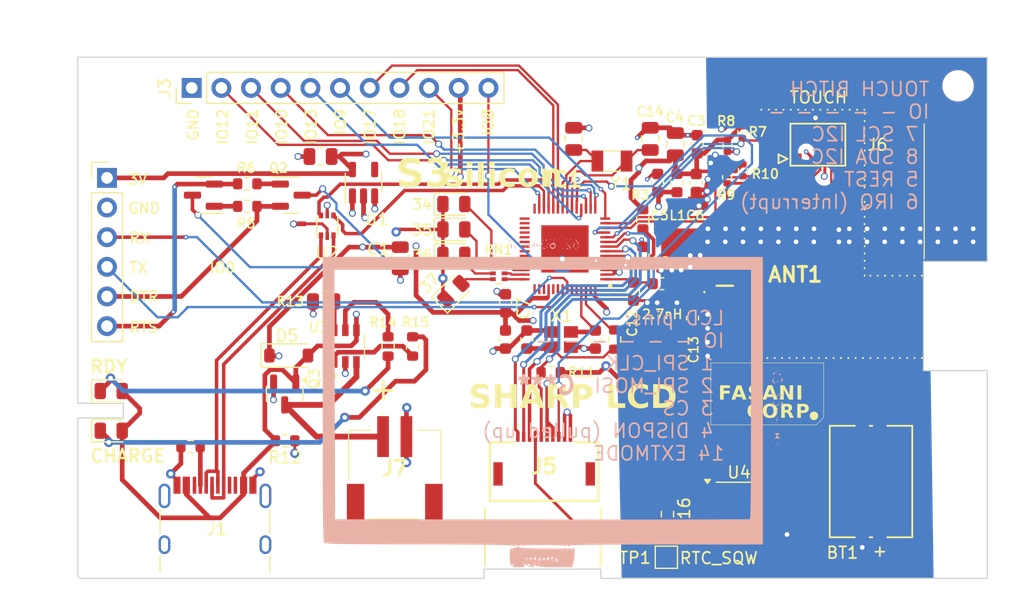
<source format=kicad_pcb>
(kicad_pcb (version 20221018) (generator pcbnew)
  (title_block (title "S3 SHARP LCD Controller") (company "FASANI CORP."))
  (layers (0 "F.Cu" signal) (1 "In1.Cu" signal) (2 "In2.Cu" signal) (31 "B.Cu" signal) (34 "B.Paste" user) (35 "F.Paste" user) (36 "B.SilkS" user "B.Silkscreen") (37 "F.SilkS" user "F.Silkscreen") (38 "B.Mask" user) (39 "F.Mask" user) (44 "Edge.Cuts" user))
  (net 0 "")
  (net 1 "VBUS")
  (net 2 "GND")
  (net 3 "VDD33")
  (net 4 "Net-(IC1-VDD3P3_1)")
  (net 5 "/CHIP_PU")
  (net 6 "Net-(C10-Pad2)")
  (net 7 "Net-(IC1-XTAL_N)")
  (net 8 "Net-(IC1-LNA_IN)")
  (net 9 "Net-(ANT1-FEEDING_POINT)")
  (net 10 "Net-(IC1-XTAL_32K_P)")
  (net 11 "Net-(IC1-XTAL_32K_N)")
  (net 12 "/IO0")
  (net 13 "/IO10")
  (net 14 "/IO11")
  (net 15 "/IO12")
  (net 16 "/IO13")
  (net 17 "VDD")
  (net 18 "Net-(D6-K)")
  (net 19 "Net-(D7-K)")
  (net 20 "/TOUCH_REST")
  (net 21 "/IO9")
  (net 22 "/TOUCH_IRQ")
  (net 23 "/SDA")
  (net 24 "/SCL")
  (net 25 "/LCD_CS")
  (net 26 "/SPI_MOSI")
  (net 27 "/IO17")
  (net 28 "/IO18")
  (net 29 "/USB_D-")
  (net 30 "/USB_D+")
  (net 31 "/IO21")
  (net 42 "Net-(D1-A)")
  (net 43 "Net-(D2-A)")
  (net 44 "Net-(D3-A)")
  (net 45 "Net-(D4-A)")
  (net 51 "TX")
  (net 52 "RX")
  (net 55 "Net-(IC1-XTAL_P)")
  (net 56 "Net-(J1-CC1)")
  (net 59 "/DTR")
  (net 60 "/RTS")
  (net 61 "Net-(Q1-B)")
  (net 62 "Net-(Q2-B)")
  (net 63 "unconnected-(ANT1-NC-Pad2)")
  (net 66 "/USB_U_D+")
  (net 67 "/USB_U_D-")
  (net 68 "Net-(IC1-GPIO34)")
  (net 69 "Net-(IC1-GPIO35)")
  (net 70 "Net-(IC1-GPIO36)")
  (net 71 "Net-(IC1-GPIO37)")
  (net 72 "/SPI_CLK")
  (net 73 "/LCD_DISPON")
  (net 74 "/LCD_EXTMODE")
  (net 75 "/RTC_SQW")
  (net 86 "VBAT")
  (net 87 "Net-(U3-PROG)")
  (net 88 "Net-(U3-*STDBY)")
  (net 89 "Net-(U3-*CHRG)")
  (net 90 "VDD_RTC")
  (footprint "Connector_USB:USB_C_Receptacle_HRO_TYPE-C-31-M-12" (layer "F.Cu") (at 39.39 72.215)
    (fp_text reference "J1")
    (fp_text value "USB_C_Receptacle_USB2.0")
  )
  (footprint "Resistor_SMD:R_0603_1608Metric" (layer "F.Cu") (at 76.02 45.39 -90)
    (fp_text reference "R3")
    (fp_text value "10k")
  )
  (footprint "footprints:Crystal_ECS-40Mhz_ECS" (layer "F.Cu") (at 69.01 55.69 90)
    (fp_text reference "X1")
    (fp_text value "Crystal 40 Mhz 10ppm")
  )
  (footprint "Capacitor_SMD:C_0805_2012Metric" (layer "F.Cu") (at 78.8 38.95 -90)
    (fp_text reference "C4")
    (fp_text value "10uF")
  )
  (footprint "Resistor_SMD:R_0603_1608Metric" (layer "F.Cu") (at 42.16 44.28)
    (fp_text reference "R5")
    (fp_text value "10k")
  )
  (footprint "Resistor_SMD:R_Array_Concave_4x0402" (layer "F.Cu") (at 63.68 49.77)
    (fp_text reference "RN1")
    (fp_text value "R_Pack04")
  )
  (footprint "Capacitor_SMD:C_0603_1608Metric" (layer "F.Cu") (at 64.27 52.585 -90)
    (fp_text reference "C7")
    (fp_text value "0.1uF")
  )
  (footprint "Inductor_SMD:L_0603_1608Metric" (layer "F.Cu") (at 78.94 42.28 -90)
    (fp_text reference "L1")
    (fp_text value "L")
  )
  (footprint "Resistor_SMD:R_0603_1608Metric" (layer "F.Cu") (at 37.3 64.86 180)
    (fp_text reference "R1" hide)
    (fp_text value "5.1k")
  )
  (footprint "LED_SMD:LED_0805_2012Metric" (layer "F.Cu") (at 30.5125 60.1)
    (fp_text reference "D6" hide)
    (fp_text value "GRE")
  )
  (footprint "Resistor_SMD:R_0402_1005Metric" (layer "F.Cu") (at 84.53 37.93 -90)
    (fp_text reference "R7")
    (fp_text value "3.3k")
  )
  (footprint "Package_TO_SOT_SMD:SOT-23" (layer "F.Cu") (at 45.92 43.32)
    (fp_text reference "Q2")
    (fp_text value "MMBT3904")
  )
  (footprint "LED_SMD:LED_0805_2012Metric" (layer "F.Cu") (at 59.84 48.433332)
    (fp_text reference "D2" hide)
    (fp_text value "LED")
  )
  (footprint "foot_sharp:CON_Molex_5024260812" (layer "F.Cu") (at 91 38.995)
    (fp_text reference "J6")
    (fp_text value "5024260810" hide)
  )
  (footprint "Capacitor_SMD:C_0603_1608Metric" (layer "F.Cu") (at 80.67 38.96 -90)
    (fp_text reference "C3")
    (fp_text value "1uF")
  )
  (footprint "Capacitor_SMD:C_0805_2012Metric" (layer "F.Cu") (at 55.255 48.725 -90)
    (fp_text reference "C1")
    (fp_text value "10uF")
  )
  (footprint "Capacitor_SMD:C_0603_1608Metric" (layer "F.Cu") (at 80.59 42.28 90)
    (fp_text reference "C6")
    (fp_text value "0.1uF")
  )
  (footprint "Package_TO_SOT_SMD:SOT-23" (layer "F.Cu") (at 45.36 60.3525 -90)
    (fp_text reference "Q3")
    (fp_text value "Si2301CDS")
  )
  (footprint "Capacitor_SMD:C_0805_2012Metric" (layer "F.Cu") (at 70.1 38.5 -90)
    (fp_text reference "C15" hide)
    (fp_text value "12pF")
  )
  (footprint "Capacitor_SMD:C_0603_1608Metric" (layer "F.Cu") (at 66.085 55.69 -90)
    (fp_text reference "C10" hide)
    (fp_text value "22pF")
  )
  (footprint "Resistor_SMD:R_0603_1608Metric" (layer "F.Cu") (at 73.6 55.69 -90)
    (fp_text reference "R4" hide)
    (fp_text value "0Ω")
  )
  (footprint "Resistor_SMD:R_0402_1005Metric" (layer "F.Cu") (at 83.26 39.09 -90)
    (fp_text reference "R8")
    (fp_text value "3.3k")
  )
  (footprint "Capacitor_SMD:C_0603_1608Metric" (layer "F.Cu") (at 75.22 51.575 -90)
    (fp_text reference "C12")
    (fp_text value "2pF")
  )
  (footprint "Resistor_SMD:R_0805_2012Metric" (layer "F.Cu") (at 48.6925 52.42)
    (fp_text reference "R13")
    (fp_text value "2K2")
  )
  (footprint "foot_sharp:S2BPHSM4TBLFSN" (layer "F.Cu") (at 54.78 67.255 180)
    (fp_text reference "J7")
    (fp_text value "S2B-PH-SM4-TB_LF__SN_" hide)
  )
  (footprint "Resistor_SMD:R_0603_1608Metric" (layer "F.Cu") (at 68.13 58.51 180)
    (fp_text reference "R11")
    (fp_text value "5.1k")
  )
  (footprint "MountingHole:MountingHole_2.2mm_M2" (layer "F.Cu") (at 105.02 73.66)
    (fp_text reference "H4" hide)
    (fp_text value "MountingHole" hide)
  )
  (footprint "Capacitor_SMD:C_0805_2012Metric" (layer "F.Cu") (at 76.65 38.5 -90)
    (fp_text reference "C14")
    (fp_text value "12pF")
  )
  (footprint "Crystal:Crystal_SMD_3215-2Pin_3.2x1.5mm" (layer "F.Cu") (at 73.375 40.4)
    (fp_text reference "Y1")
    (fp_text value "32.768K")
  )
  (footprint "MountingHole:MountingHole_2.2mm_M2" (layer "F.Cu") (at 30.24 73.66)
    (fp_text reference "H3" hide)
    (fp_text value "MountingHole" hide)
  )
  (footprint "Package_SO:SOIC-8_3.9x4.9mm_P1.27mm" (layer "F.Cu") (at 84.255 70.475)
    (fp_text reference "U4")
    (fp_text value "DS3231MZ")
  )
  (footprint "MountingHole:MountingHole_2.2mm_M2" (layer "F.Cu") (at 103 33.95)
    (fp_text reference "H2" hide)
    (fp_text value "MountingHole")
  )
  (footprint "Inductor_SMD:L_0603_1608Metric" (layer "F.Cu") (at 77.65 50.91 180)
    (fp_text reference "L2")
    (fp_text value "L")
  )
  (footprint "footprints:ESP32-S3FN8-QFN40P700X700X90-57N-D" (layer "F.Cu") (at 69.35 47.925 180)
    (fp_text reference "IC1")
    (fp_text value "ESP32-S3FN8" hide)
  )
  (footprint "LED_SMD:LED_0805_2012Metric" (layer "F.Cu") (at 59.8 51.55 45)
    (fp_text reference "D1" hide)
    (fp_text value "LED")
  )
  (footprint "Diode_SMD:D_SOD-123" (layer "F.Cu") (at 45.7025 57.0625)
    (fp_text reference "D5")
    (fp_text value "1N5817")
  )
  (footprint "Resistor_SMD:R_0603_1608Metric" (layer "F.Cu") (at 42.16 42.35 180)
    (fp_text reference "R6")
    (fp_text value "10k")
  )
  (footprint "foot_sharp:CoinBattery_MS621FE" (layer "F.Cu") (at 95.550001 67.8551 90)
    (fp_text reference "BT1")
    (fp_text value "Battery_Cell")
  )
  (footprint "Package_TO_SOT_SMD:TSOT-23-5" (layer "F.Cu") (at 52.11 42.26 90)
    (fp_text reference "U1")
    (fp_text value "RT9080-33GJ5")
  )
  (footprint "Resistor_SMD:R_0603_1608Metric" (layer "F.Cu") (at 78.125 70.65 -90)
    (fp_text reference "R16")
    (fp_text value "10 K")
  )
  (footprint "Capacitor_SMD:C_0603_1608Metric" (layer "F.Cu") (at 80.27 53.855 -90)
    (fp_text reference "C13")
    (fp_text value "2.4pF")
  )
  (footprint "LED_SMD:LED_0805_2012Metric" (layer "F.Cu") (at 59.84 44.08)
    (fp_text reference "D4" hide)
    (fp_text value "LED")
  )
  (footprint "Resistor_SMD:R_0402_1005Metric" (layer "F.Cu") (at 83.23 41.79 -90)
    (fp_text reference "R9")
    (fp_text value "3.3k")
  )
  (footprint "MountingHole:MountingHole_2.2mm_M2" (layer "F.Cu") (at 30.24 33.95)
    (fp_text reference "H1" hide)
    (fp_text value "MountingHole" hide)
  )
  (footprint "LED_SMD:LED_0805_2012Metric" (layer "F.Cu") (at 59.84 46.256666)
    (fp_text reference "D3" hide)
    (fp_text value "LED")
  )
  (footprint "Capacitor_SMD:C_0805_2012Metric" (layer "F.Cu") (at 48.43 40.01)
    (fp_text reference "C2" hide)
    (fp_text value "10uF")
  )
  (footprint "Resistor_SMD:R_0402_1005Metric" (layer "F.Cu") (at 84.58 41.19 -90)
    (fp_text reference "R10")
    (fp_text value "3.3k")
  )
  (footprint "Resistor_SMD:R_0603_1608Metric" (layer "F.Cu") (at 54.21 56.28 90)
    (fp_text reference "R14")
    (fp_text value "5.1k")
  )
  (footprint "Capacitor_SMD:C_0603_1608Metric" (layer "F.Cu") (at 77.29 42.28 -90)
    (fp_text reference "C5")
    (fp_text value "0.1uF")
  )
  (footprint "LED_SMD:LED_0805_2012Metric" (layer "F.Cu") (at 30.5125 63.5)
    (fp_text reference "D7" hide)
    (fp_text value "RED")
  )
  (footprint "foot_sharp:TP4057-42-SOT26-R" (layer "F.Cu") (at 50.549999 56.2511 90)
    (fp_text reference "U3")
    (fp_text value "TP4057-42-SOT26-R" hide)
  )
  (footprint "Connector_PinHeader_2.54mm:PinHeader_1x06_P2.54mm_Vertical" (layer "F.Cu") (at 30.15 41.84)
    (fp_text reference "J2" hide)
    (fp_text value "Conn_01x06_Socket" hide)
  )
  (footprint "footprints:2450AT42E0100E-ANT" (layer "F.Cu") (at 83.03 50.08)
    (fp_text reference "ANT1")
    (fp_text value "2450AT42E0100E" hide)
  )
  (footprint "Resistor_SMD:R_0603_1608Metric" (layer "F.Cu") (at 56.31 56.28 90)
    (fp_text reference "R15")
    (fp_text value "5.1k")
  )
  (footprint "Package_TO_SOT_SMD:SOT-23" (layer "F.Cu") (at 38.4025 43.32 180)
    (fp_text reference "Q1" hide)
    (fp_text value "MMBT3904" hide)
  )
  (footprint "Capacitor_SMD:C_0603_1608Metric" (layer "F.Cu") (at 76.02 48.53 -90)
    (fp_text reference "C9" hide)
    (fp_text value "1uF")
  )
  (footprint "Capacitor_SMD:C_0603_1608Metric" (layer "F.Cu") (at 71.96 55.69 90)
    (fp_text reference "C11" hide)
    (fp_text value "22pF")
  )
  (footprint "Resistor_SMD:R_0603_1608Metric" (layer "F.Cu") (at 45.4 64.36 180)
    (fp_text reference "R12")
    (fp_text value "10K")
  )
  (footprint "Connector_PinHeader_2.54mm:PinHeader_1x11_P2.54mm_Vertical" (layer "F.Cu") (at 37.4 34.13 90)
    (fp_text reference "J3")
    (fp_text value "Conn_01x11_Socket")
  )
  (footprint "foot_sharp:FH5210S05SH99_LCD" (layer "F.Cu") (at 67.57 67)
    (fp_text reference "J5")
    (fp_text value "FH52-10S-0.5SH_99" hide)
  )
  (footprint "TestPoint:TestPoint_Pad_1.5x1.5mm" (layer "F.Cu") (at 78.03 74.34)
    (fp_text reference "TP1")
    (fp_text value "RTC_INT")
  )
  (footprint "Capacitor_SMD:C_0603_1608Metric" (layer "F.Cu") (at 64.26 55.69 90)
    (fp_text reference "C8" hide)
    (fp_text value "0.1uF")
  )
  (footprint "Package_TO_SOT_SMD:SOT-666" (layer "F.Cu") (at 49 45.91 90)
    (fp_text reference "U2")
    (fp_text value "USBLC6-2P6")
  )
  (footprint "LOGO" (layer "B.Cu") (at 67.749667 59.618334 180)
    (fp_text reference "G***")
    (fp_text value "LOGO" hide)
  )
  (gr_line (start 99.92 50.22) (end 95 50.22) (stroke (width 0.15) (type dot)) (layer "F.SilkS"))
  (gr_line (start 81.835306 62.994789) (end 90.878921 62.994789) (stroke (width 0.039687)) (layer "F.SilkS"))
  (gr_poly (pts (xy 85.601126 59.584755) (xy 85.653088 59.587606) (xy 85.705717 59.592358) (xy 85.759014 59.599011) (xy 85.812979 59.607564) (xy 85.867612 59.618018) (xy 85.922913 59.630372) (xy 85.978882 59.644628) (xy 85.978882 59.904358) (xy 85.953514 59.893311) (xy 85.928371 59.882975) (xy 85.903453 59.873353) (xy 85.878759 59.864444) (xy 85.854291 59.856247) (xy 85.830047 59.848763) (xy 85.806028 59.841992) (xy 85.782234 59.835934) (xy 85.758664 59.830588) (xy 85.735319 59.825955) (xy 85.712199 59.822035) (xy 85.689304 59.818828) (xy 85.666633 59.816333) (xy 85.644187 59.814552) (xy 85.621966 59.813482) (xy 85.59997 59.813126) (xy 85.571048 59.813653) (xy 85.557397 59.814311) (xy 85.544284 59.815232) (xy 85.531711 59.816417) (xy 85.519678 59.817865) (xy 85.508183 59.819577) (xy 85.497229 59.821551) (xy 85.486813 59.823789) (xy 85.476937 59.82629) (xy 85.4676 59.829055) (xy 85.458803 59.832083) (xy 85.450545 59.835374) (xy 85.442827 59.838928) (xy 85.435648 59.842746) (xy 85.429008 59.846827) (xy 85.422837 59.851049) (xy 85.417064 59.855495) (xy 85.414327 59.857803) (xy 85.41169 59.860167) (xy 85.409152 59.862587) (xy 85.406713 59.865063) (xy 85.404374 59.867596) (xy 85.402135 59.870184) (xy 85.399995 59.872829) (xy 85.397954 59.87553) (xy 85.396013 59.878287) (xy 85.394172 59.881101) (xy 85.39243 59.88397) (xy 85.390788 59.886896) (xy 85.389245 59.889878) (xy 85.387802 59.892916) (xy 85.386458 59.89601) (xy 85.385214 59.899161) (xy 85.38407 59.902368) (xy 85.383025 59.905631) (xy 85.382079 59.90895) (xy 85.381233 59.912325) (xy 85.380487 59.915756) (xy 85.37984 59.919244) (xy 85.378844 59.926388) (xy 85.378247 59.933757) (xy 85.378048 59.94135) (xy 85.378202 59.947727) (xy 85.378665 59.95391) (xy 85.379435 59.959901) (xy 85.380514 59.9657) (xy 85.381901 59.971305) (xy 85.383596 59.976719) (xy 85.3856 59.981939) (xy 85.387911 59.986967) (xy 85.390531 59.991802) (xy 85.393459 59.996445) (xy 85.396696 60.000895) (xy 85.40024 60.005152) (xy 85.404093 60.009217) (xy 85.408254 60.013089) (xy 85.412724 60.016768) (xy 85.417501 60.020255) (xy 85.422632 60.023514) (xy 85.42816 60.026716) (xy 85.434087 60.029859) (xy 85.440412 60.032944) (xy 85.447136 60.035972) (xy 85.454257 60.038942) (xy 85.461776 60.041854) (xy 85.469694 60.044708) (xy 85.478009 60.047504) (xy 85.486723 60.050242) (xy 85.495835 60.052923) (xy 85.505345 60.055546) (xy 85.515253 60.058111) (xy 85.525559 60.060618) (xy 85.536264 60.063067) (xy 85.547366 60.065459) (xy 85.682163 60.092582) (xy 85.7064 60.097684) (xy 85.729797 60.103126) (xy 85.752352 60.108909) (xy 85.774065 60.115031) (xy 85.794938 60.121495) (xy 85.814969 60.128298) (xy 85.83416 60.135442) (xy 85.852509 60.142926) (xy 85.870017 60.15075) (xy 85.886683 60.158915) (xy 85.902509 60.16742) (xy 85.917493 60.176265) (xy 85.931636 60.18545) (xy 85.944938 60.194975) (xy 85.957398 60.204841) (xy 85.969018 60.215047) (xy 85.979966 60.225621) (xy 85.990208 60.236791) (xy 85.999744 60.248558) (xy 86.008574 60.260923) (xy 86.016697 60.273885) (xy 86.024113 60.287443) (xy 86.030824 60.301599) (xy 86.036828 60.316352) (xy 86.042125 60.331702) (xy 86.046716 60.347649) (xy 86.050601 60.364194) (xy 86.05378 60.381335) (xy 86.056252 60.399073) (xy 86.058018 60.417409) (xy 86.059078 60.436342) (xy 86.059431 60.455872) (xy 86.058943 60.481725) (xy 86.057479 60.506678) (xy 86.055039 60.530733) (xy 86.051622 60.553888) (xy 86.04723 60.576145) (xy 86.041862 60.597502) (xy 86.035518 60.617961) (xy 86.028197 60.63752) (xy 86.019901 60.656181) (xy 86.010628 60.673942) (xy 86.00038 60.690804) (xy 85.989155 60.706768) (xy 85.976955 60.721832) (xy 85.963778 60.735997) (xy 85.949626 60.749264) (xy 85.934497 60.761631) (xy 85.918437 60.773176) (xy 85.901491 60.783976) (xy 85.883659 60.794032) (xy 85.864941 60.803343) (xy 85.845336 60.811909) (xy 85.824846 60.81973) (xy 85.803469 60.826806) (xy 85.781206 60.833137) (xy 85.758057 60.838724) (xy 85.734022 60.843566) (xy 85.709101 60.847662) (xy 85.683293 60.851014) (xy 85.6566 60.853621) (xy 85.62902 60.855484) (xy 85.600554 60.856601) (xy 85.571202 60.856973) (xy 85.54211 60.85663) (xy 85.512986 60.855599) (xy 85.48383 60.853882) (xy 85.454642 60.851477) (xy 85.425421 60.848385) (xy 85.396169 60.844606) (xy 85.366884 60.84014) (xy 85.337567 60.834987) (xy 85.308218 60.829147) (xy 85.278837 60.82262) (xy 85.249424 60.815406) (xy 85.219979 60.807504) (xy 85.190502 60.798916) (xy 85.160993 60.78964) (xy 85.131451 60.779678) (xy 85.101878 60.769028) (xy 85.101878 60.5019) (xy 85.131525 60.517129) (xy 85.160877 60.531375) (xy 85.189934 60.544638) (xy 85.218695 60.556919) (xy 85.247161 60.568218) (xy 85.275331 60.578534) (xy 85.303207 60.587867) (xy 85.330786 60.596218) (xy 85.358071 60.603587) (xy 85.38506 60.609973) (xy 85.411753 60.615376) (xy 85.438151 60.619797) (xy 85.464254 60.623236) (xy 85.490061 60.625692) (xy 85.515573 60.627166) (xy 85.54079 60.627657) (xy 85.556702 60.627464) (xy 85.571972 60.626886) (xy 85.5866 60.625923) (xy 85.600585 60.624574) (xy 85.613929 60.62284) (xy 85.62663 60.62072) (xy 85.63869 60.618215) (xy 85.650107 60.615325) (xy 85.655665 60.613648) (xy 85.661036 60.611908) (xy 85.666221 60.610103) (xy 85.67122 60.608234) (xy 85.676033 60.6063) (xy 85.68066 60.604303) (xy 85.6851 60.602242) (xy 85.689354 60.600116) (xy 85.693422 60.597927) (xy 85.697304 60.595673) (xy 85.700999 60.593355) (xy 85.704509 60.590973) (xy 85.707832 60.588527) (xy 85.710969 60.586017) (xy 85.713919 60.583443) (xy 85.716684 60.580805) (xy 85.719304 60.578037) (xy 85.721821 60.575283) (xy 85.724235 60.572541) (xy 85.726547 60.569812) (xy 85.728756 60.567096) (xy 85.730862 60.564392) (xy 85.732865 60.561702) (xy 85.734766 60.559024) (xy 85.736564 60.556359) (xy 85.738259 60.553707) (xy 85.739852 60.551068) (xy 85.741342 60.548441) (xy 85.742729 60.545828) (xy 85.744013 60.543227) (xy 85.745195 60.540639) (xy 85.746273 60.538064) (xy 85.747269 60.535485) (xy 85.7482 60.532887) (xy 85.749067 60.53027) (xy 85.74987 60.527634) (xy 85.750608 60.524979) (xy 85.751282 60.522304) (xy 85.751893 60.519611) (xy 85.752438 60.516898) (xy 85.75292 60.514166) (xy 85.753337 60.511414) (xy 85.753691 60.508644) (xy 85.753979 60.505854) (xy 85.754204 60.503045) (xy 85.754365 60.500217) (xy 85.754461 60.497369) (xy 85.754493 60.494503) (xy 85.754326 60.48692) (xy 85.753825 60.47958) (xy 85.752991 60.472485) (xy 85.751822 60.465634) (xy 85.750319 60.459026) (xy 85.748483 60.452663) (xy 85.746312 60.446543) (xy 85.743808 60.440667) (xy 85.74097 60.435036) (xy 85.737798 60.429648) (xy 85.734292 60.424504) (xy 85.730452 60.419605) (xy 85.726278 60.414949) (xy 85.72177 60.410538) (xy 85.716928 60.40637) (xy 85.711752 60.402446) (xy 85.706278 60.398677) (xy 85.700335 60.394972) (xy 85.693923 60.391331) (xy 85.687043 60.387755) (xy 85.679694 60.384242) (xy 85.671876 60.380794) (xy 85.663589 60.377411) (xy 85.654833 60.374091) (xy 85.645609 60.370835) (xy 85.635916 60.367644) (xy 85.625754 60.364517) (xy 85.615124 60.361454) (xy 85.604024 60.358456) (xy 85.592456 60.355521) (xy 85.58042 60.352651) (xy 85.567914 60.349845) (xy 85.445446 60.322722) (xy 85.423896 60.31772) (xy 85.403013 60.312371) (xy 85.382799 60.306675) (xy 85.363252 60.300633) (xy 85.344373 60.294244) (xy 85.326162 60.287508) (xy 85.308619 60.280425) (xy 85.291744 60.272996) (xy 85.275536 60.265219) (xy 85.259997 60.257096) (xy 85.245125 60.248626) (xy 85.230921 60.23981) (xy 85.217385 60.230647) (xy 85.204516 60.221137) (xy 85.192316 60.21128) (xy 85.180783 60.201076) (xy 85.169934 60.190423) (xy 85.159785 60.179218) (xy 85.150336 60.16746) (xy 85.141587 60.155151) (xy 85.133538 60.142289) (xy 85.126188 60.128875) (xy 85.119539 60.114908) (xy 85.11359 60.100389) (xy 85.10834 60.085318) (xy 85.103791 60.069695) (xy 85.099941 60.05352) (xy 85.096792 60.036792) (xy 85.094342 60.019512) (xy 85.092592 60.001679) (xy 85.091542 59.983295) (xy 85.091192 59.964358) (xy 85.091667 59.940994) (xy 85.093093 59.918368) (xy 85.095469 59.896481) (xy 85.098795 59.875332) (xy 85.103072 59.854922) (xy 85.108299 59.83525) (xy 85.114476 59.816317) (xy 85.121604 59.798122) (xy 85.129682 59.780665) (xy 85.13871 59.763947) (xy 85.148689 59.747968) (xy 85.159618 59.732727) (xy 85.171498 59.718224) (xy 85.184328 59.70446) (xy 85.198108 59.691435) (xy 85.212838 59.679148) (xy 85.22841 59.667603) (xy 85.244714 59.656802) (xy 85.26175 59.646747) (xy 85.279518 59.637436) (xy 85.298018 59.62887) (xy 85.31725 59.621049) (xy 85.337214 59.613973) (xy 85.35791 59.607641) (xy 85.379338 59.602055) (xy 85.401498 59.597213) (xy 85.42439 59.593116) (xy 85.448014 59.589764) (xy 85.47237 59.587157) (xy 85.497459 59.585295) (xy 85.523279 59.584177) (xy 85.549831 59.583805) (xy 85.549832 59.583805)) (fill solid) (layer "F.SilkS"))
  (gr_poly (pts (xy 83.47771 59.845179) (xy 82.940165 59.845179) (xy 82.940165 60.073676) (xy 83.445655 60.073676) (xy 83.445655 60.312858) (xy 82.940165 60.312858) (xy 82.940165 60.833143) (xy 82.623721 60.833143) (xy 82.623721 59.605997) (xy 83.47771 59.605997)) (fill solid) (layer "F.SilkS"))
  (gr_poly (pts (xy 89.577347 60.833143) (xy 89.260903 60.833143) (xy 89.260903 59.605997) (xy 89.577347 59.605997)) (fill solid) (layer "F.SilkS"))
  (gr_line (start 90.878921 62.994789) (end 91.495305 62.371128) (stroke (width 0.039687)) (layer "F.SilkS"))
  (gr_poly (pts (xy 88.581151 60.44766) (xy 88.581151 59.605997) (xy 88.881156 59.605997) (xy 88.881156 60.833143) (xy 88.527725 60.833143) (xy 88.081415 59.99148) (xy 88.081415 60.833143) (xy 87.781409 60.833143) (xy 87.781409 59.605997) (xy 88.134841 59.605997)) (fill solid) (layer "F.SilkS"))
  (gr_poly (pts (xy 87.547967 60.833143) (xy 87.229878 60.833143) (xy 87.152616 60.609575) (xy 86.657812 60.609575) (xy 86.579728 60.833143) (xy 86.26164 60.833143) (xy 86.428779 60.381897) (xy 86.736718 60.381897) (xy 87.072889 60.381897) (xy 86.905214 59.89367) (xy 86.736718 60.381897) (xy 86.428779 60.381897) (xy 86.716169 59.605997) (xy 87.093437 59.605997)) (fill solid) (layer "F.SilkS"))
  (gr_poly (pts (xy 90.682243 61.858877) (xy 90.700371 61.86029) (xy 90.718236 61.862619) (xy 90.735814 61.865838) (xy 90.753084 61.869926) (xy 90.770023 61.87486) (xy 90.786609 61.880615) (xy 90.802819 61.887171) (xy 90.818631 61.894502) (xy 90.834022 61.902587) (xy 90.848971 61.911403) (xy 90.863454 61.920926) (xy 90.877449 61.931133) (xy 90.890933 61.942001) (xy 90.903885 61.953508) (xy 90.916282 61.965631) (xy 90.928102 61.978345) (xy 90.939321 61.99163) (xy 90.949918 62.00546) (xy 90.95987 62.019814) (xy 90.969155 62.034668) (xy 90.97775 62.05) (xy 90.985633 62.065786) (xy 90.992782 62.082003) (xy 90.999173 62.098629) (xy 91.004785 62.11564) (xy 91.009595 62.133013) (xy 91.013581 62.150726) (xy 91.01672 62.168755) (xy 91.018991 62.187077) (xy 91.020369 62.20567) (xy 91.020834 62.22451) (xy 91.020369 62.243351) (xy 91.018991 62.261943) (xy 91.016721 62.280266) (xy 91.013582 62.298295) (xy 91.009596 62.316008) (xy 91.004786 62.333381) (xy 90.999174 62.350392) (xy 90.992782 62.367018) (xy 90.985634 62.383235) (xy 90.977751 62.399021) (xy 90.969156 62.414353) (xy 90.959871 62.429207) (xy 90.949919 62.443561) (xy 90.939322 62.457391) (xy 90.928103 62.470675) (xy 90.916284 62.48339) (xy 90.903887 62.495512) (xy 90.890935 62.507019) (xy 90.87745 62.517888) (xy 90.863455 62.528095) (xy 90.848972 62.537618) (xy 90.834024 62.546433) (xy 90.818632 62.554518) (xy 90.802821 62.56185) (xy 90.786611 62.568405) (xy 90.770025 62.574161) (xy 90.753086 62.579095) (xy 90.735816 62.583183) (xy 90.718238 62.586402) (xy 90.700373 62.58873) (xy 90.682245 62.590144) (xy 90.663876 62.590621) (xy 90.645507 62.590144) (xy 90.627379 62.58873) (xy 90.609515 62.586402) (xy 90.591936 62.583183) (xy 90.574666 62.579095) (xy 90.557727 62.574161) (xy 90.541142 62.568405) (xy 90.524931 62.56185) (xy 90.509119 62.554518) (xy 90.493728 62.546433) (xy 90.47878 62.537618) (xy 90.464297 62.528095) (xy 90.450302 62.517888) (xy 90.436817 62.507019) (xy 90.423865 62.495512) (xy 90.411468 62.48339) (xy 90.399648 62.470675) (xy 90.388429 62.457391) (xy 90.377832 62.443561) (xy 90.36788 62.429207) (xy 90.358595 62.414353) (xy 90.35 62.399021) (xy 90.342117 62.383235) (xy 90.334969 62.367018) (xy 90.328577 62.350392) (xy 90.322965 62.333381) (xy 90.318155 62.316008) (xy 90.314169 62.298295) (xy 90.31103 62.280266) (xy 90.30876 62.261943) (xy 90.307381 62.243351) (xy 90.306917 62.22451) (xy 90.307381 62.20567) (xy 90.30876 62.187077) (xy 90.31103 62.168755) (xy 90.314169 62.150726) (xy 90.318155 62.133013) (xy 90.322965 62.11564) (xy 90.328577 62.098629) (xy 90.334968 62.082003) (xy 90.342117 62.065786) (xy 90.35 62.05) (xy 90.358595 62.034668) (xy 90.367879 62.019814) (xy 90.377831 62.00546) (xy 90.388428 61.99163) (xy 90.399648 61.978345) (xy 90.411467 61.965631) (xy 90.423864 61.953508) (xy 90.436816 61.942001) (xy 90.450301 61.931133) (xy 90.464296 61.920926) (xy 90.478778 61.911403) (xy 90.493727 61.902587) (xy 90.509118 61.894502) (xy 90.52493 61.887171) (xy 90.54114 61.880615) (xy 90.557726 61.87486) (xy 90.574665 61.869926) (xy 90.591935 61.865838) (xy 90.609513 61.862619) (xy 90.627377 61.86029) (xy 90.645505 61.858877) (xy 90.663874 61.8584)) (fill solid) (layer "F.SilkS"))
  (gr_line (start 99.92 57.27) (end 86 57.27) (stroke (width 0.15) (type dot)) (layer "F.SilkS"))
  (gr_line (start 62.5 75.09) (end 62.5 70.17) (stroke (width 0.15)) (layer "F.SilkS"))
  (gr_poly (pts (xy 86.942897 61.175405) (xy 86.977477 61.17732) (xy 87.011081 61.180511) (xy 87.043708 61.184979) (xy 87.07536 61.190723) (xy 87.106035 61.197744) (xy 87.135734 61.206042) (xy 87.164457 61.215616) (xy 87.192203 61.226467) (xy 87.218974 61.238594) (xy 87.244768 61.251998) (xy 87.269586 61.266678) (xy 87.293428 61.282635) (xy 87.316294 61.299868) (xy 87.338183 61.318379) (xy 87.359096 61.338166) (xy 87.378883 61.359101) (xy 87.397393 61.381056) (xy 87.414627 61.404031) (xy 87.430584 61.428026) (xy 87.445265 61.453041) (xy 87.458669 61.479076) (xy 87.470796 61.506131) (xy 87.481647 61.534206) (xy 87.491221 61.563301) (xy 87.499519 61.593416) (xy 87.50654 61.624551) (xy 87.512285 61.656706) (xy 87.516753 61.689881) (xy 87.519944 61.724076) (xy 87.521859 61.759291) (xy 87.522497 61.795526) (xy 87.521856 61.831665) (xy 87.519932 61.866789) (xy 87.516724 61.9009) (xy 87.512235 61.933997) (xy 87.506462 61.96608) (xy 87.499406 61.99715) (xy 87.491068 62.027205) (xy 87.481447 62.056247) (xy 87.470543 62.084275) (xy 87.458356 62.111289) (xy 87.444886 62.137289) (xy 87.430133 62.162276) (xy 87.414098 62.186249) (xy 87.39678 62.209209) (xy 87.378179 62.231154) (xy 87.358295 62.252086) (xy 87.337385 62.271873) (xy 87.315505 62.290383) (xy 87.292655 62.307617) (xy 87.268835 62.323574) (xy 87.244045 62.338254) (xy 87.218285 62.351658) (xy 87.191556 62.363785) (xy 87.163856 62.374636) (xy 87.135186 62.38421) (xy 87.105547 62.392507) (xy 87.074937 62.399528) (xy 87.043358 62.405273) (xy 87.010808 62.40974) (xy 86.977289 62.412932) (xy 86.9428 62.414847) (xy 86.907341 62.415485) (xy 86.871878 62.414847) (xy 86.83738 62.412932) (xy 86.803845 62.40974) (xy 86.771273 62.405273) (xy 86.739666 62.399528) (xy 86.709022 62.392507) (xy 86.679342 62.38421) (xy 86.650625 62.374636) (xy 86.622872 62.363785) (xy 86.596083 62.351658) (xy 86.570257 62.338254) (xy 86.545396 62.323574) (xy 86.521497 62.307617) (xy 86.498563 62.290383) (xy 86.476592 62.271873) (xy 86.455585 62.252086) (xy 86.435798 62.231154) (xy 86.417288 62.209209) (xy 86.400054 62.186249) (xy 86.384097 62.162276) (xy 86.369417 62.137289) (xy 86.356013 62.111289) (xy 86.343885 62.084275) (xy 86.333034 62.056247) (xy 86.32346 62.027205) (xy 86.315162 61.99715) (xy 86.308141 61.96608) (xy 86.302397 61.933997) (xy 86.297929 61.9009) (xy 86.294737 61.866789) (xy 86.292822 61.831665) (xy 86.292184 61.795526) (xy 86.292184 61.795522) (xy 86.610977 61.795522) (xy 86.611265 61.817768) (xy 86.612128 61.839451) (xy 86.613568 61.860571) (xy 86.615583 61.881128) (xy 86.618173 61.901121) (xy 86.62134 61.920551) (xy 86.625082 61.939418) (xy 86.6294 61.957722) (xy 86.634293 61.975462) (xy 86.639763 61.992639) (xy 86.645807 62.009254) (xy 86.652428 62.025304) (xy 86.659624 62.040792) (xy 86.667397 62.055717) (xy 86.675744 62.070078) (xy 86.684668 62.083876) (xy 86.694267 62.09697) (xy 86.704442 62.10922) (xy 86.709746 62.115028) (xy 86.715193 62.120625) (xy 86.720784 62.12601) (xy 86.726519 62.131184) (xy 86.732398 62.136148) (xy 86.738421 62.140899) (xy 86.744588 62.14544) (xy 86.750899 62.14977) (xy 86.757354 62.153888) (xy 86.763953 62.157795) (xy 86.770696 62.161491) (xy 86.777582 62.164976) (xy 86.784613 62.16825) (xy 86.791787 62.171312) (xy 86.799105 62.174163) (xy 86.806568 62.176803) (xy 86.821924 62.181449) (xy 86.837856 62.185251) (xy 86.854364 62.188208) (xy 86.871448 62.19032) (xy 86.889107 62.191587) (xy 86.907342 62.192009) (xy 86.916782 62.191893) (xy 86.926077 62.191546) (xy 86.935229 62.190967) (xy 86.944237 62.190157) (xy 86.953101 62.189115) (xy 86.961821 62.187842) (xy 86.970397 62.186337) (xy 86.97883 62.1846) (xy 86.987118 62.182632) (xy 86.995262 62.180433) (xy 87.003263 62.178002) (xy 87.011119 62.175339) (xy 87.018832 62.172445) (xy 87.026401 62.169319) (xy 87.033825 62.165962) (xy 87.041106 62.162374) (xy 87.048227 62.158575) (xy 87.055173 62.154589) (xy 87.061944 62.150415) (xy 87.06854 62.146054) (xy 87.07496 62.141504) (xy 87.081205 62.136767) (xy 87.087275 62.131842) (xy 87.09317 62.12673) (xy 87.09889 62.121429) (xy 87.104434 62.115941) (xy 87.109803 62.110265) (xy 87.114997 62.104402) (xy 87.120015 62.09835) (xy 87.124859 62.092111) (xy 87.129527 62.085684) (xy 87.13402 62.07907) (xy 87.138357 62.072198) (xy 87.142556 62.065202) (xy 87.146617 62.05808) (xy 87.15054 62.050833) (xy 87.154326 62.043461) (xy 87.157974 62.035964) (xy 87.161485 62.028342) (xy 87.164858 62.020595) (xy 87.168093 62.012723) (xy 87.171191 62.004725) (xy 87.17415 61.996603) (xy 87.176973 61.988355) (xy 87.179657 61.979983) (xy 87.182204 61.971485) (xy 87.184613 61.962862) (xy 87.186885 61.954114) (xy 87.186884 61.954119) (xy 87.191014 61.936046) (xy 87.194594 61.917473) (xy 87.197623 61.898399) (xy 87.200101 61.878825) (xy 87.202028 61.85875) (xy 87.203405 61.838174) (xy 87.204231 61.817098) (xy 87.204506 61.795522) (xy 87.204231 61.773945) (xy 87.203405 61.752869) (xy 87.202028 61.732294) (xy 87.200101 61.712219) (xy 87.197623 61.692644) (xy 87.194594 61.67357) (xy 87.191014 61.654997) (xy 87.186884 61.636925) (xy 87.182204 61.619378) (xy 87.176972 61.602382) (xy 87.17119 61.585937) (xy 87.168092 61.577921) (xy 87.164857 61.570043) (xy 87.161484 61.562302) (xy 87.157974 61.554699) (xy 87.154326 61.547234) (xy 87.15054 61.539906) (xy 87.146616 61.532717) (xy 87.142555 61.525665) (xy 87.138356 61.51875) (xy 87.13402 61.511974) (xy 87.129527 61.505263) (xy 87.124858 61.498746) (xy 87.120015 61.492422) (xy 87.114996 61.486293) (xy 87.109802 61.480358) (xy 87.104433 61.474617) (xy 87.098889 61.469069) (xy 87.093169 61.463716) (xy 87.087275 61.458556) (xy 87.081205 61.453591) (xy 87.07496 61.448819) (xy 87.068539 61.444241) (xy 87.061944 61.439857) (xy 87.055173 61.435667) (xy 87.048227 61.431671) (xy 87.041106 61.427869) (xy 87.033825 61.42428) (xy 87.0264 61.420923) (xy 87.018831 61.417797) (xy 87.011119 61.414903) (xy 87.003262 61.412241) (xy 86.995262 61.40981) (xy 86.987117 61.40761) (xy 86.978829 61.405642) (xy 86.970397 61.403906) (xy 86.961821 61.402401) (xy 86.953101 61.401127) (xy 86.944237 61.400085) (xy 86.935229 61.399275) (xy 86.926077 61.398696) (xy 86.916781 61.398349) (xy 86.907341 61.398233) (xy 86.894951 61.39844) (xy 86.882811 61.399059) (xy 86.870921 61.400092) (xy 86.859282 61.401538) (xy 86.847893 61.403396) (xy 86.836754 61.405668) (xy 86.825866 61.408353) (xy 86.815228 61.411451) (xy 86.80484 61.414961) (xy 86.794703 61.418885) (xy 86.784815 61.423222) (xy 86.775179 61.427972) (xy 86.765792 61.433134) (xy 86.756656 61.43871) (xy 86.74777 61.444699) (xy 86.739134 61.4511) (xy 86.730868 61.457746) (xy 86.722889 61.464667) (xy 86.715199 61.471863) (xy 86.707796 61.479334) (xy 86.700681 61.487081) (xy 86.693854 61.495104) (xy 86.687314 61.503401) (xy 86.681063 61.511974) (xy 86.675099 61.520823) (xy 86.669424 61.529947) (xy 86.664036 61.539346) (xy 86.658936 61.54902) (xy 86.654124 61.55897) (xy 86.649599 61.569195) (xy 86.645363 61.579695) (xy 86.641414 61.590471) (xy 86.637729 61.601503) (xy 86.634281 61.612774) (xy 86.63107 61.624282) (xy 86.628098 61.636027) (xy 86.625363 61.648011) (xy 86.622867 61.660232) (xy 86.620608 61.672691) (xy 86.618586 61.685388) (xy 86.616803 61.698323) (xy 86.615257 61.711496) (xy 86.613949 61.724906) (xy 86.612879 61.738554) (xy 86.611453 61.766562) (xy 86.610977 61.795522) (xy 86.292184 61.795522) (xy 86.292822 61.759388) (xy 86.294737 61.724263) (xy 86.297929 61.690152) (xy 86.302397 61.657056) (xy 86.308141 61.624972) (xy 86.315162 61.593903) (xy 86.32346 61.563848) (xy 86.333034 61.534806) (xy 86.343885 61.506778) (xy 86.356013 61.479764) (xy 86.369417 61.453763) (xy 86.384097 61.428777) (xy 86.400054 61.404804) (xy 86.417288 61.381844) (xy 86.435798 61.359899) (xy 86.455585 61.338967) (xy 86.476592 61.319083) (xy 86.498563 61.300483) (xy 86.521497 61.283165) (xy 86.545396 61.26713) (xy 86.570257 61.252378) (xy 86.596083 61.238908) (xy 86.622872 61.226721) (xy 86.650625 61.215817) (xy 86.679342 61.206196) (xy 86.709022 61.197858) (xy 86.739666 61.190802) (xy 86.771273 61.185029) (xy 86.803845 61.18054) (xy 86.83738 61.177332) (xy 86.871878 61.175408) (xy 86.907341 61.174767)) (fill solid) (layer "F.SilkS"))
  (gr_poly (pts (xy 89.778857 61.196773) (xy 89.805455 61.197918) (xy 89.831296 61.199827) (xy 89.85638 61.202499) (xy 89.880707 61.205935) (xy 89.904277 61.210134) (xy 89.927089 61.215096) (xy 89.949144 61.220822) (xy 89.970442 61.227311) (xy 89.990983 61.234564) (xy 90.010767 61.24258) (xy 90.029793 61.251359) (xy 90.048063 61.260902) (xy 90.065575 61.271208) (xy 90.08233 61.282277) (xy 90.098328 61.29411) (xy 90.113556 61.306704) (xy 90.127801 61.320054) (xy 90.141065 61.334162) (xy 90.153345 61.349027) (xy 90.164644 61.364649) (xy 90.174959 61.381028) (xy 90.184293 61.398165) (xy 90.192644 61.416059) (xy 90.200012 61.43471) (xy 90.206398 61.454118) (xy 90.211802 61.474284) (xy 90.216223 61.495206) (xy 90.219661 61.516887) (xy 90.222117 61.539324) (xy 90.223591 61.562518) (xy 90.224082 61.58647) (xy 90.223591 61.610424) (xy 90.222117 61.633628) (xy 90.219661 61.65608) (xy 90.216223 61.677781) (xy 90.211802 61.698732) (xy 90.206398 61.718931) (xy 90.200012 61.73838) (xy 90.192644 61.757078) (xy 90.184293 61.775025) (xy 90.174959 61.792221) (xy 90.164644 61.808667) (xy 90.153345 61.824361) (xy 90.141065 61.839305) (xy 90.127801 61.853498) (xy 90.113556 61.86694) (xy 90.098328 61.879631) (xy 90.082236 61.891464) (xy 90.0654 61.902534) (xy 90.047819 61.91284) (xy 90.029493 61.922383) (xy 90.010423 61.931162) (xy 89.990608 61.939178) (xy 89.970048 61.946431) (xy 89.948744 61.95292) (xy 89.926695 61.958646) (xy 89.903901 61.963608) (xy 89.880363 61.967807) (xy 89.85608 61.971242) (xy 89.831052 61.973915) (xy 89.80528 61.975823) (xy 89.778763 61.976968) (xy 89.751501 61.97735) (xy 89.548051 61.97735) (xy 89.548051 62.392262) (xy 89.239672 62.392262) (xy 89.239672 61.419863) (xy 89.548051 61.419863) (xy 89.548051 61.753874) (xy 89.718661 61.753874) (xy 89.729618 61.753709) (xy 89.740263 61.753211) (xy 89.750594 61.752382) (xy 89.760613 61.751221) (xy 89.770318 61.749729) (xy 89.779711 61.747905) (xy 89.788791 61.745749) (xy 89.797558 61.743262) (xy 89.806012 61.740443) (xy 89.814154 61.737292) (xy 89.821982 61.733809) (xy 89.829497 61.729995) (xy 89.8367 61.725849) (xy 89.84359 61.721372) (xy 89.850167 61.716562) (xy 89.85643 61.711421) (xy 89.862444 61.705865) (xy 89.86807 61.700008) (xy 89.873308 61.69385) (xy 89.878157 61.687392) (xy 89.882619 61.680634) (xy 89.886693 61.673575) (xy 89.890379 61.666217) (xy 89.893676 61.658557) (xy 89.896586 61.650597) (xy 89.899108 61.642337) (xy 89.901242 61.633777) (xy 89.902988 61.624916) (xy 89.904346 61.615755) (xy 89.905316 61.606294) (xy 89.905898 61.596532) (xy 89.906092 61.58647) (xy 89.905898 61.576411) (xy 89.905316 61.566658) (xy 89.904346 61.557212) (xy 89.902988 61.548072) (xy 89.901242 61.539239) (xy 89.899108 61.530713) (xy 89.896586 61.522494) (xy 89.893676 61.514581) (xy 89.890379 61.506975) (xy 89.886693 61.499675) (xy 89.882619 61.492682) (xy 89.878157 61.485996) (xy 89.873308 61.479616) (xy 89.86807 61.473542) (xy 89.862444 61.467776) (xy 89.85643 61.462316) (xy 89.850167 61.457175) (xy 89.84359 61.452365) (xy 89.8367 61.447888) (xy 89.829497 61.443742) (xy 89.821982 61.439928) (xy 89.814154 61.436445) (xy 89.806012 61.433294) (xy 89.797558 61.430475) (xy 89.788791 61.427988) (xy 89.779711 61.425832) (xy 89.770318 61.424008) (xy 89.760613 61.422516) (xy 89.750594 61.421355) (xy 89.740263 61.420526) (xy 89.729618 61.420028) (xy 89.718661 61.419863) (xy 89.548051 61.419863) (xy 89.239672 61.419863) (xy 89.239672 61.196392) (xy 89.751501 61.196392)) (fill solid) (layer "F.SilkS"))
  (gr_line (start 95 36) (end 86 36) (stroke (width 0.15) (type dot)) (layer "F.SilkS"))
  (gr_line (start 91.495305 62.371128) (end 91.495305 57.695237) (stroke (width 0.039687)) (layer "F.SilkS"))
  (gr_poly (pts (xy 85.650555 61.175114) (xy 85.675057 61.176156) (xy 85.69934 61.177892) (xy 85.723404 61.180324) (xy 85.747249 61.183449) (xy 85.770875 61.18727) (xy 85.794282 61.191784) (xy 85.81747 61.196994) (xy 85.840438 61.202898) (xy 85.863188 61.209497) (xy 85.885719 61.216791) (xy 85.908031 61.224779) (xy 85.930124 61.233462) (xy 85.951998 61.242839) (xy 85.973652 61.252911) (xy 85.995088 61.263678) (xy 85.995088 61.511182) (xy 85.974219 61.497506) (xy 85.953262 61.484712) (xy 85.932217 61.4728) (xy 85.911085 61.461771) (xy 85.889865 61.451624) (xy 85.868557 61.442359) (xy 85.847162 61.433977) (xy 85.82568 61.426477) (xy 85.804109 61.41986) (xy 85.782452 61.414125) (xy 85.760706 61.409272) (xy 85.738873 61.405301) (xy 85.716953 61.402213) (xy 85.694944 61.400007) (xy 85.672848 61.398684) (xy 85.650665 61.398242) (xy 85.629933 61.398662) (xy 85.60979 61.39992) (xy 85.590235 61.402016) (xy 85.571268 61.404951) (xy 85.552889 61.408724) (xy 85.535098 61.413336) (xy 85.517896 61.418787) (xy 85.501282 61.425076) (xy 85.485256 61.432204) (xy 85.469818 61.44017) (xy 85.454968 61.448974) (xy 85.440707 61.458617) (xy 85.427034 61.469099) (xy 85.413949 61.480419) (xy 85.401453 61.492577) (xy 85.389544 61.505574) (xy 85.378293 61.519191) (xy 85.367767 61.533409) (xy 85.357968 61.548227) (xy 85.348894 61.563646) (xy 85.340547 61.579666) (xy 85.332925 61.596287) (xy 85.326029 61.613508) (xy 85.319859 61.63133) (xy 85.314415 61.649753) (xy 85.309696 61.668776) (xy 85.305704 61.6884) (xy 85.302437 61.708625) (xy 85.299897 61.72945) (xy 85.298082 61.750876) (xy 85.296993 61.772903) (xy 85.29663 61.795531) (xy 85.296993 61.818159) (xy 85.298082 61.840185) (xy 85.299897 61.861612) (xy 85.302437 61.882437) (xy 85.305704 61.902662) (xy 85.309696 61.922286) (xy 85.314415 61.941309) (xy 85.319859 61.959732) (xy 85.326029 61.977554) (xy 85.332925 61.994775) (xy 85.340547 62.011396) (xy 85.348894 62.027415) (xy 85.357968 62.042835) (xy 85.367767 62.057653) (xy 85.378293 62.071871) (xy 85.389544 62.085488) (xy 85.401453 62.098388) (xy 85.413949 62.110456) (xy 85.427034 62.121692) (xy 85.440707 62.132095) (xy 85.454968 62.141667) (xy 85.469818 62.150405) (xy 85.485256 62.158312) (xy 85.501282 62.165386) (xy 85.517896 62.171628) (xy 85.535098 62.177038) (xy 85.552889 62.181615) (xy 85.571268 62.18536) (xy 85.590235 62.188273) (xy 85.60979 62.190354) (xy 85.629933 62.191602) (xy 85.650665 62.192018) (xy 85.650664 62.192009) (xy 85.673035 62.191568) (xy 85.695294 62.190245) (xy 85.71744 62.188039) (xy 85.739473 62.18495) (xy 85.761394 62.18098) (xy 85.783202 62.176127) (xy 85.804897 62.170392) (xy 85.82648 62.163774) (xy 85.84795 62.156274) (xy 85.869308 62.147892) (xy 85.890552 62.138628) (xy 85.911685 62.128481) (xy 85.932704 62.117452) (xy 85.953611 62.10554) (xy 85.974406 62.092746) (xy 85.995087 62.07907) (xy 85.995087 62.326573) (xy 85.973652 62.33734) (xy 85.951997 62.347412) (xy 85.930123 62.35679) (xy 85.90803 62.365473) (xy 85.885719 62.373461) (xy 85.863188 62.380754) (xy 85.840438 62.387353) (xy 85.817469 62.393258) (xy 85.794281 62.398467) (xy 85.770874 62.402982) (xy 85.747248 62.406802) (xy 85.723403 62.409928) (xy 85.699339 62.412359) (xy 85.675057 62.414096) (xy 85.650555 62.415138) (xy 85.625834 62.415485) (xy 85.588782 62.414837) (xy 85.552719 62.412894) (xy 85.517645 62.409656) (xy 85.483559 62.405122) (xy 85.450462 62.399294) (xy 85.418354 62.392169) (xy 85.387234 62.38375) (xy 85.357104 62.374035) (xy 85.327961 62.363025) (xy 85.299808 62.350719) (xy 85.272643 62.337118) (xy 85.246467 62.322222) (xy 85.22128 62.30603) (xy 85.197082 62.288543) (xy 85.173872 62.269761) (xy 85.151651 62.249683) (xy 85.130603 62.228385) (xy 85.110913 62.206143) (xy 85.092581 62.182955) (xy 85.075607 62.158823) (xy 85.059991 62.133745) (xy 85.045733 62.107723) (xy 85.032833 62.080755) (xy 85.021291 62.052843) (xy 85.011106 62.023985) (xy 85.00228 61.994183) (xy 84.994811 61.963436) (xy 84.988701 61.931744) (xy 84.983948 61.899107) (xy 84.980553 61.865525) (xy 84.978516 61.830998) (xy 84.977837 61.795526) (xy 84.978513 61.760055) (xy 84.980541 61.725528) (xy 84.98392 61.691946) (xy 84.988651 61.659309) (xy 84.994733 61.627617) (xy 85.002167 61.59687) (xy 85.010953 61.567067) (xy 85.02109 61.53821) (xy 85.03258 61.510298) (xy 85.04542 61.48333) (xy 85.059613 61.457308) (xy 85.075157 61.43223) (xy 85.092053 61.408098) (xy 85.1103 61.38491) (xy 85.129899 61.362667) (xy 85.15085 61.34137) (xy 85.173074 61.321196) (xy 85.196294 61.302323) (xy 85.220508 61.284751) (xy 85.245717 61.268482) (xy 85.271921 61.253513) (xy 85.29912 61.239847) (xy 85.327314 61.227482) (xy 85.356503 61.216418) (xy 85.386687 61.206656) (xy 85.417866 61.198196) (xy 85.45004 61.191037) (xy 85.483209 61.18518) (xy 85.517373 61.180624) (xy 85.552532 61.17737) (xy 85.588685 61.175418) (xy 85.625834 61.174767)) (fill solid) (layer "F.SilkS"))
  (gr_line (start 100.1 48.8) (end 100.1 37.2) (stroke (width 0.1)) (layer "F.SilkS"))
  (gr_poly (pts (xy 88.368668 61.19675) (xy 88.399106 61.197838) (xy 88.428342 61.199653) (xy 88.456376 61.202193) (xy 88.483209 61.205459) (xy 88.508841 61.209451) (xy 88.533271 61.21417) (xy 88.5565 61.219614) (xy 88.56766 61.222602) (xy 88.578514 61.225759) (xy 88.589062 61.229085) (xy 88.599302 61.23258) (xy 88.609236 61.236243) (xy 88.618864 61.240076) (xy 88.628185 61.244078) (xy 88.637199 61.248248) (xy 88.645906 61.252588) (xy 88.654307 61.257096) (xy 88.662402 61.261774) (xy 88.670189 61.26662) (xy 88.67767 61.271636) (xy 88.684845 61.276821) (xy 88.691712 61.282174) (xy 88.698274 61.287697) (xy 88.704566 61.293358) (xy 88.710626 61.299124) (xy 88.716455 61.304997) (xy 88.722053 61.310977) (xy 88.727419 61.317063) (xy 88.732553 61.323255) (xy 88.737456 61.329553) (xy 88.742128 61.335958) (xy 88.746568 61.342469) (xy 88.750776 61.349086) (xy 88.754753 61.35581) (xy 88.758498 61.36264) (xy 88.762012 61.369576) (xy 88.765294 61.376619) (xy 88.768344 61.383768) (xy 88.771163 61.391023) (xy 88.773879 61.398311) (xy 88.77642 61.405754) (xy 88.778785 61.413354) (xy 88.780975 61.421111) (xy 88.78299 61.429023) (xy 88.78483 61.437093) (xy 88.786495 61.445318) (xy 88.787984 61.4537) (xy 88.789298 61.462239) (xy 88.790437 61.470934) (xy 88.791401 61.479785) (xy 88.79219 61.488793) (xy 88.792803 61.497957) (xy 88.793241 61.507278) (xy 88.793504 61.516755) (xy 88.793591 61.526389) (xy 88.793591 61.526393) (xy 88.792693 61.555094) (xy 88.789999 61.582525) (xy 88.78551 61.608685) (xy 88.779224 61.633575) (xy 88.775407 61.645543) (xy 88.771142 61.657194) (xy 88.766428 61.668527) (xy 88.761264 61.679543) (xy 88.755652 61.690241) (xy 88.74959 61.700622) (xy 88.74308 61.710685) (xy 88.736121 61.72043) (xy 88.728712 61.729858) (xy 88.720855 61.738968) (xy 88.712549 61.747761) (xy 88.703794 61.756236) (xy 88.694589 61.764394) (xy 88.684936 61.772234) (xy 88.674834 61.779756) (xy 88.664282 61.786961) (xy 88.641833 61.800418) (xy 88.617588 61.812605) (xy 88.591546 61.823522) (xy 88.563709 61.833168) (xy 88.572338 61.835324) (xy 88.580805 61.837786) (xy 88.589109 61.840555) (xy 88.59725 61.843631) (xy 88.605228 61.847013) (xy 88.613044 61.850702) (xy 88.620697 61.854698) (xy 88.628188 61.859) (xy 88.635515 61.863609) (xy 88.64268 61.868524) (xy 88.649683 61.873746) (xy 88.656522 61.879275) (xy 88.663199 61.88511) (xy 88.669714 61.891252) (xy 88.676065 61.897701) (xy 88.682254 61.904456) (xy 88.688449 61.911511) (xy 88.694619 61.918861) (xy 88.700764 61.926505) (xy 88.706885 61.934443) (xy 88.71298 61.942674) (xy 88.719049 61.9512) (xy 88.725094 61.960021) (xy 88.731114 61.969135) (xy 88.737109 61.978543) (xy 88.743079 61.988246) (xy 88.754944 62.008533) (xy 88.766708 62.029998) (xy 88.778372 62.052638) (xy 88.945778 62.392258) (xy 88.617374 62.392258) (xy 88.471595 62.095091) (xy 88.46647 62.08477) (xy 88.461308 62.07483) (xy 88.456107 62.065271) (xy 88.45087 62.056094) (xy 88.445595 62.047299) (xy 88.440282 62.038886) (xy 88.434932 62.030854) (xy 88.429544 62.023204) (xy 88.424118 62.015935) (xy 88.418655 62.009048) (xy 88.413155 62.002543) (xy 88.407617 61.99642) (xy 88.402041 61.990678) (xy 88.396428 61.985318) (xy 88.390777 61.98034) (xy 88.385089 61.975743) (xy 88.37935 61.971379) (xy 88.373349 61.967296) (xy 88.367085 61.963494) (xy 88.360559 61.959975) (xy 88.353769 61.956736) (xy 88.346717 61.953779) (xy 88.339401 61.951104) (xy 88.331823 61.948711) (xy 88.323982 61.946599) (xy 88.315879 61.944768) (xy 88.307512 61.943219) (xy 88.298883 61.941952) (xy 88.28999 61.940966) (xy 88.280835 61.940262) (xy 88.271418 61.93984) (xy 88.261737 61.939699) (xy 88.174429 61.939699) (xy 88.174429 62.392258) (xy 87.866051 62.392258) (xy 87.866051 61.419863) (xy 88.174431 61.419863) (xy 88.174431 61.726637) (xy 88.30419 61.726637) (xy 88.316471 61.72649) (xy 88.328282 61.726049) (xy 88.339624 61.725314) (xy 88.350497 61.724285) (xy 88.3609 61.722961) (xy 88.370834 61.721344) (xy 88.380299 61.719432) (xy 88.389294 61.717226) (xy 88.39782 61.714727) (xy 88.405877 61.711933) (xy 88.413465 61.708844) (xy 88.420583 61.705462) (xy 88.427232 61.701785) (xy 88.433411 61.697815) (xy 88.439121 61.69355) (xy 88.444362 61.688991) (xy 88.449309 61.684122) (xy 88.453937 61.678928) (xy 88.458245 61.673409) (xy 88.462234 61.667564) (xy 88.465904 61.661394) (xy 88.469255 61.654899) (xy 88.472287 61.648078) (xy 88.475 61.640932) (xy 88.477394 61.63346) (xy 88.479468 61.625663) (xy 88.481223 61.61754) (xy 88.482659 61.609093) (xy 88.483776 61.600319) (xy 88.484574 61.59122) (xy 88.485053 61.581796) (xy 88.485213 61.572046) (xy 88.485212 61.572051) (xy 88.48504 61.561734) (xy 88.484524 61.551812) (xy 88.483663 61.542285) (xy 88.482459 61.533151) (xy 88.48091 61.524412) (xy 88.479017 61.516067) (xy 88.47678 61.508117) (xy 88.474199 61.500561) (xy 88.471273 61.493399) (xy 88.468003 61.486631) (xy 88.46439 61.480258) (xy 88.460432 61.474278) (xy 88.45613 61.468694) (xy 88.451483 61.463503) (xy 88.446493 61.458707) (xy 88.441158 61.454305) (xy 88.43546 61.450134) (xy 88.429381 61.446232) (xy 88.42292 61.4426) (xy 88.416077 61.439236) (xy 88.408853 61.436142) (xy 88.401247 61.433317) (xy 88.393259 61.43076) (xy 88.384889 61.428473) (xy 88.376138 61.426455) (xy 88.367005 61.424706) (xy 88.35749 61.423226) (xy 88.347593 61.422015) (xy 88.337315 61.421073) (xy 88.326655 61.420401) (xy 88.315613 61.419997) (xy 88.30419 61.419863) (xy 88.174431 61.419863) (xy 87.866051 61.419863) (xy 87.866051 61.196387) (xy 88.337029 61.196387)) (fill solid) (layer "F.SilkS"))
  (gr_line (start 81.835306 57.695237) (end 81.835306 62.994789) (stroke (width 0.039687)) (layer "F.SilkS"))
  (gr_line (start 72.41 75.09) (end 72.41 70.17) (stroke (width 0.15)) (layer "F.SilkS"))
  (gr_line (start 95 50.22) (end 95 36) (stroke (width 0.15) (type dot)) (layer "F.SilkS"))
  (gr_poly (pts (xy 84.89145 60.833143) (xy 84.573361 60.833143) (xy 84.496099 60.609575) (xy 84.001295 60.609575) (xy 83.923212 60.833143) (xy 83.605123 60.833143) (xy 83.772262 60.381897) (xy 84.080201 60.381897) (xy 84.416372 60.381897) (xy 84.248698 59.89367) (xy 84.080201 60.381897) (xy 83.772262 60.381897) (xy 84.059653 59.605997) (xy 84.43692 59.605997)) (fill solid) (layer "F.SilkS"))
  (gr_line (start 91.495305 57.695237) (end 81.835306 57.695237) (stroke (width 0.039687)) (layer "F.SilkS"))
  (gr_line (start 105.5 49) (end 100.04 49) (stroke (width 0.1)) (layer "Edge.Cuts"))
  (gr_line (start 27.65 62.4) (end 31.55 62.4) (stroke (width 0.1)) (layer "Edge.Cuts"))
  (gr_line (start 27.65 31.5) (end 105.5 31.5) (stroke (width 0.1)) (layer "Edge.Cuts"))
  (gr_line (start 31.55 61.15) (end 27.65 61.15) (stroke (width 0.1)) (layer "Edge.Cuts"))
  (gr_line (start 72.419999 76.15) (end 105.5 76.15) (stroke (width 0.1)) (layer "Edge.Cuts"))
  (gr_line (start 27.65 62.4) (end 27.65 75.852868) (stroke (width 0.1)) (layer "Edge.Cuts"))
  (gr_line (start 105.5 31.5) (end 105.5 49) (stroke (width 0.1)) (layer "Edge.Cuts"))
  (gr_line (start 100.04 58.35) (end 100.04 49) (stroke (width 0.1)) (layer "Edge.Cuts"))
  (gr_line (start 27.65 61.15) (end 27.65 31.5) (stroke (width 0.1)) (layer "Edge.Cuts"))
  (gr_arc (start 27.95 76.152868) (mid 27.737879 76.064998) (end 27.65 75.852868) (stroke (width 0.1)) (layer "Edge.Cuts"))
  (gr_line (start 62.419999 75.357875) (end 72.419999 75.357875) (stroke (width 0.1)) (layer "Edge.Cuts"))
  (gr_line (start 62.419999 76.15) (end 62.419999 75.357875) (stroke (width 0.1)) (layer "Edge.Cuts"))
  (gr_line (start 105.5 58.35) (end 100.04 58.35) (stroke (width 0.1)) (layer "Edge.Cuts"))
  (gr_line (start 27.95 76.15) (end 62.419999 76.15) (stroke (width 0.1)) (layer "Edge.Cuts"))
  (gr_line (start 72.419999 76.15) (end 72.419999 75.357875) (stroke (width 0.1)) (layer "Edge.Cuts"))
  (gr_line (start 31.55 62.4) (end 31.55 61.15) (stroke (width 0.1)) (layer "Edge.Cuts"))
  (gr_line (start 105.5 58.35) (end 105.5 76.15) (stroke (width 0.1)) (layer "Edge.Cuts"))
  (gr_text "LCD pins:\nIO - - - - - -\n 1 SPI_CLK\n 2 SPI_MOSI\n 3 CS\n 4 DISPON (pulled up)\n14 EXTMODE\n" (at 83.1 66.15) (layer "B.SilkS") (effects (font (size 1.2 1.2)) (justify left bottom mirror)))
  (gr_text "TOUCH BITCH\nIO - - - - -\n 7 SCL I2C\n 8 SDA I2C\n 5 REST\n 6 IRQ (Interrupt)" (at 100.65 44.6) (layer "B.SilkS") (effects (font (size 1.2 1.2)) (justify left bottom mirror)))
  (gr_text "S3" (at 54.9 43.01) (layer "F.SilkS") (effects (font (size 2.4 2.4) (thickness 0.4) bold) (justify left bottom)))
  (gr_text "IO13" (at 48.156 39.1 90) (layer "F.SilkS") (effects (font (size 0.9 0.9)) (justify left bottom)))
  (gr_text "TX" (at 31.973165 50.055446) (layer "F.SilkS") (effects (font (size 0.9 0.9)) (justify left bottom)))
  (gr_text "IO17" (at 53.204 39.1 90) (layer "F.SilkS") (effects (font (size 0.9 0.9)) (justify left bottom)))
  (gr_text "TOUCH" (at 91.05 34.95) (layer "F.SilkS") (effects (font (size 1 1))))
  (gr_text "CHARGE" (at 28.6 66.3) (layer "F.SilkS") (effects (font (size 1.1 1.1) (thickness 0.2) bold) (justify left bottom)))
  (gr_text "RDY" (at 28.6 58.65) (layer "F.SilkS") (effects (font (size 1.1 1.1) (thickness 0.2) bold) (justify left bottom)))
  (gr_text "2.7nH" (at 75.85 53.99) (layer "F.SilkS") (effects (font (size 0.8 0.8) (thickness 0.14) bold) (justify left bottom)))
  (gr_text "RTC_SQW" (at 82.52 74.42) (layer "F.SilkS") (effects (font (size 1 1))))
  (gr_text "37" (at 57.45 51.9 45) (layer "F.SilkS") (effects (font (size 0.9 0.9)) (justify left bottom)))
  (gr_text "silicon" (at 59.04 42.93) (layer "F.SilkS") (effects (font (size 2 2) (thickness 0.4) bold) (justify left bottom)))
  (gr_text "IO12" (at 40.584 39.1 90) (layer "F.SilkS") (effects (font (size 0.9 0.9)) (justify left bottom)))
  (gr_text "DTR" (at 31.973165 52.565446) (layer "F.SilkS") (effects (font (size 0.9 0.9)) (justify left bottom)))
  (gr_text "IO11" (at 43.108 39.1 90) (layer "F.SilkS") (effects (font (size 0.9 0.9)) (justify left bottom)))
  (gr_text "IOØ" (at 63.3 38.328571 90) (layer "F.SilkS") (effects (font (size 0.9 0.9)) (justify left bottom)))
  (gr_text "34" (at 56.18 44.66) (layer "F.SilkS") (effects (font (size 0.9 0.9)) (justify left bottom)))
  (gr_text "GND" (at 38.06 38.757143 90) (layer "F.SilkS") (effects (font (size 0.9 0.9)) (justify left bottom)))
  (gr_text "IO18" (at 55.728 39.1 90) (layer "F.SilkS") (effects (font (size 0.9 0.9)) (justify left bottom)))
  (gr_text "GND" (at 31.863165 44.965446) (layer "F.SilkS") (effects (font (size 0.9 0.9)) (justify left bottom)))
  (gr_text "IO0" (at 38.827143 50.05) (layer "F.SilkS") (effects (font (size 0.9 0.9)) (justify left bottom)))
  (gr_text "RX" (at 31.973165 47.525446) (layer "F.SilkS") (effects (font (size 0.9 0.9)) (justify left bottom)))
  (gr_text "IO21" (at 58.252 39.1 90) (layer "F.SilkS") (effects (font (size 0.9 0.9)) (justify left bottom)))
  (gr_text "RTS" (at 31.973165 55.165446) (layer "F.SilkS") (effects (font (size 0.9 0.9)) (justify left bottom)))
  (gr_text "3V" (at 31.863165 42.505446) (layer "F.SilkS") (effects (font (size 0.9 0.9)) (justify left bottom)))
  (gr_text "35" (at 56.18 46.836666) (layer "F.SilkS") (effects (font (size 0.9 0.9)) (justify left bottom)))
  (gr_text "IO9" (at 50.68 38.242857 90) (layer "F.SilkS") (effects (font (size 0.9 0.9)) (justify left bottom)))
  (gr_text "36" (at 56.18 49.013332) (layer "F.SilkS") (effects (font (size 0.9 0.9)) (justify left bottom)))
  (gr_text "+3.3v" (at 60.776 39.957143 90) (layer "F.SilkS") (effects (font (size 0.9 0.9)) (justify left bottom)))
  (gr_text "+" (at 52.4 61.07) (layer "F.SilkS") (effects (font (size 2 2) (thickness 0.24)) (justify left bottom)))
  (gr_text "IO10" (at 45.632 39.1 90) (layer "F.SilkS") (effects (font (size 0.9 0.9)) (justify left bottom)))
  (gr_text "SHARP LCD" (at 61.1 61.89) (layer "F.SilkS") (effects (font (size 2 2) (thickness 0.4) bold) (justify left bottom)))
  (segment (start 39.2 70.965) (end 34.715 70.965) (width 0.4) (layer "F.Cu") (net 1))
  (segment (start 32.95 61.6) (end 31.45 60.1) (width 0.4) (layer "F.Cu") (net 1))
  (segment (start 49 44.985) (end 49 44.19) (width 0.25) (layer "F.Cu") (net 1))
  (segment (start 41.84 68.17) (end 41.84 67.14) (width 0.4) (layer "F.Cu") (net 1))
  (segment (start 39.2 70.965) (end 39.833984 70.965) (width 0.4) (layer "F.Cu") (net 1))
  (segment (start 41.84 67.14) (end 44.62 64.36) (width 0.4) (layer "F.Cu") (net 1))
  (segment (start 46.31 59.415) (end 46.31 58.105) (width 0.4) (layer "F.Cu") (net 1))
  (segment (start 43.66 58.730378) (end 43.66 63.4) (width 0.4) (layer "F.Cu") (net 1))
  (segment (start 48.1803 56.2347) (end 51.0528 56.2347) (width 0.4) (layer "F.Cu") (net 1))
  (segment (start 38.946016 70.965) (end 39.2 70.965) (width 0.4) (layer "F.Cu") (net 1))
  (segment (start 41.84 68.958984) (end 41.84 68.17) (width 0.4) (layer "F.Cu") (net 1))
  (segment (start 51.5 55.7875) (end 51.5 54.8922) (width 0.4) (layer "F.Cu") (net 1))
  (segment (start 32.95 62) (end 32.95 61.6) (width 0.4) (layer "F.Cu") (net 1))
  (segment (start 44.120378 58.27) (end 43.66 58.730378) (width 0.4) (layer "F.Cu") (net 1))
  (segment (start 46.31 58.105) (end 47.3525 57.0625) (width 0.4) (layer "F.Cu") (net 1))
  (segment (start 39.833984 70.965) (end 41.84 68.958984) (width 0.4) (layer "F.Cu") (net 1))
  (segment (start 31.45 67.7) (end 31.45 63.5) (width 0.4) (layer "F.Cu") (net 1))
  (segment (start 36.94 68.958984) (end 38.946016 70.965) (width 0.4) (layer "F.Cu") (net 1))
  (segment (start 46.31 59.415) (end 45.165 58.27) (width 0.4) (layer "F.Cu") (net 1))
  (segment (start 47.3525 57.0625) (end 48.1803 56.2347) (width 0.4) (layer "F.Cu") (net 1))
  (segment (start 31.45 63.5) (end 32.95 62) (width 0.4) (layer "F.Cu") (net 1))
  (segment (start 34.715 70.965) (end 31.45 67.7) (width 0.4) (layer "F.Cu") (net 1))
  (segment (start 51.5 54.8922) (end 51.5 53.53) (width 0.4) (layer "F.Cu") (net 1))
  (segment (start 43.66 63.4) (end 44.62 64.36) (width 0.4) (layer "F.Cu") (net 1))
  (segment (start 51.0528 56.2347) (end 51.5 55.7875) (width 0.4) (layer "F.Cu") (net 1))
  (segment (start 51.5 53.53) (end 51.49 53.52) (width 0.4) (layer "F.Cu") (net 1))
  (segment (start 36.94 68.17) (end 36.94 68.958984) (width 0.4) (layer "F.Cu") (net 1))
  (segment (start 45.165 58.27) (end 44.120378 58.27) (width 0.4) (layer "F.Cu") (net 1))
  (via (at 51.49 53.52) (size 0.6) (drill 0.4) (layers "F.Cu" "B.Cu") (net 1))
  (via (at 49 44.19) (size 0.6) (drill 0.4) (layers "F.Cu" "B.Cu") (net 1))
  (segment (start 78.35 37.55) (end 78.8 38) (width 0.4) (layer "F.Cu") (net 2))
  (segment (start 80.67 38.185) (end 79.865 38.185) (width 0.4) (layer "F.Cu") (net 2))
  (segment (start 36.14 68.17) (end 36.14 67.735) (width 0.3) (layer "F.Cu") (net 2))
  (segment (start 58.9 51.975826) (end 59.137087 52.212913) (width 0.3) (layer "F.Cu") (net 2))
  (segment (start 90.8 37.782501) (end 90.8 36.7) (width 0.25) (layer "F.Cu") (net 2))
  (segment (start 76.22 52.35) (end 76.4 52.53) (width 0.25) (layer "F.Cu") (net 2))
  (segment (start 86.73 72.38) (end 88.35 72.38) (width 0.4) (layer "F.Cu") (net 2))
  (segment (start 78.985 38.185) (end 78.8 38) (width 0.4) (layer "F.Cu") (net 2))
  (segment (start 55.255 49.675) (end 55.255 50.595) (width 0.4) (layer "F.Cu") (net 2))
  (segment (start 58.9 50.45) (end 58.9 51.975826) (width 0.3) (layer "F.Cu") (net 2))
  (segment (start 88.35 72.38) (end 88.36 72.39) (width 0.4) (layer "F.Cu") (net 2))
  (segment (start 63.425 56.465) (end 63.19 56.7) (width 0.4) (layer "F.Cu") (net 2))
  (segment (start 64.26 56.465) (end 64.535 56.465) (width 0.4) (layer "F.Cu") (net 2))
  (segment (start 79.855 38.185) (end 78.985 38.185) (width 0.4) (layer "F.Cu") (net 2))
  (segment (start 55.78 61.555) (end 55.81 61.525) (width 0.4) (layer "F.Cu") (net 2))
  (segment (start 68.034998 54.915) (end 68.159999 55.040001) (width 0.4) (layer "F.Cu") (net 2))
  (segment (start 58.9025 46.256666) (end 55.113334 46.256666) (width 0.3) (layer "F.Cu") (net 2))
  (segment (start 75.22 52.35) (end 76.22 52.35) (width 0.25) (layer "F.Cu") (net 2))
  (segment (start 76.845 41.505) (end 76.4 41.95) (width 0.25) (layer "F.Cu") (net 2))
  (segment (start 36.475 64.86) (end 36.475 66.32) (width 0.4) (layer "F.Cu") (net 2))
  (segment (start 46.225 64.36) (end 46.225 65.435) (width 0.25) (layer "F.Cu") (net 2))
  (segment (start 55.78 66.215) (end 55.79 66.225) (width 0.4) (layer "F.Cu") (net 2))
  (segment (start 76.65 37.55) (end 76.39 37.55) (width 0.4) (layer "F.Cu") (net 2))
  (segment (start 70.985 56.465) (end 70.98 56.46) (width 0.4) (layer "F.Cu") (net 2))
  (segment (start 64.535 56.465) (end 66.085 54.915) (width 0.4) (layer "F.Cu") (net 2))
  (segment (start 81.41125 42.865) (end 81.52 42.97375) (width 0.4) (layer "F.Cu") (net 2))
  (segment (start 58.9025 48.433332) (end 58.9025 50.4475) (width 0.3) (layer "F.Cu") (net 2))
  (segment (start 50.549999 57.61) (end 50.55 58.6) (width 0.4) (layer "F.Cu") (net 2))
  (segment (start 76.02 47.241101) (end 75.912275 47.133376) (width 0.2) (layer "F.Cu") (net 2))
  (segment (start 79.86 38.18) (end 79.855 38.185) (width 0.4) (layer "F.Cu") (net 2))
  (segment (start 36.475 66.32) (end 35.6 67.195) (width 0.4) (layer "F.Cu") (net 2))
  (segment (start 71.38 37.55) (end 71.4 37.57) (width 0.4) (layer "F.Cu") (net 2))
  (segment (start 52.11 45.13) (end 52.24 45.26) (width 0.4) (layer "F.Cu") (net 2))
  (segment (start 70.859999 56.339999) (end 70.98 56.46) (width 0.4) (layer "F.Cu") (net 2))
  (segment (start 47.48 40.01) (end 46.5 40.01) (width 0.4) (layer "F.Cu") (net 2))
  (segment (start 42.64 68.17) (end 42.64 67.625) (width 0.3) (layer "F.Cu") (net 2))
  (segment (start 69.860001 56.339999) (end 70.859999 56.339999) (width 0.4) (layer "F.Cu") (net 2))
  (segment (start 76.65 37.55) (end 78.35 37.55) (width 0.4) (layer "F.Cu") (net 2))
  (segment (start 46.225 65.435) (end 46.23 65.44) (width 0.25) (layer "F.Cu") (net 2))
  (segment (start 58.9025 50.4475) (end 58.9 50.45) (width 0.3) (layer "F.Cu") (net 2))
  (segment (start 77.29 41.505) (end 76.845 41.505) (width 0.25) (layer "F.Cu") (net 2))
  (segment (start 49 46.21) (end 48.565 45.775) (width 0.25) (layer "F.Cu") (net 2))
  (segment (start 69.32 63.595) (end 69.32 62.12) (width 0.3) (layer "F.Cu") (net 2))
  (segment (start 46.135 45.775) (end 46.12 45.79) (width 0.4) (layer "F.Cu") (net 2))
  (segment (start 94.8 71.5) (end 94.8 73.5) (width 0.4) (layer "F.Cu") (net 2))
  (segment (start 64.26 56.465) (end 63.425 56.465) (width 0.4) (layer "F.Cu") (net 2))
  (segment (start 47.78 53.47) (end 47.81 53.5) (width 0.4) (layer "F.Cu") (net 2))
  (segment (start 52.11 43.3975) (end 52.11 45.13) (width 0.4) (layer "F.Cu") (net 2))
  (segment (start 76.02 47.755) (end 76.02 47.241101) (width 0.2) (layer "F.Cu") (net 2))
  (segment (start 71.96 56.465) (end 70.985 56.465) (width 0.4) (layer "F.Cu") (net 2))
  (segment (start 66.085 54.915) (end 68.034998 54.915) (width 0.4) (layer "F.Cu") (net 2))
  (segment (start 55.78 64.005) (end 55.78 61.555) (width 0.4) (layer "F.Cu") (net 2))
  (segment (start 63.780662 51.81) (end 63.525331 51.554669) (width 0.4) (layer "F.Cu") (net 2))
  (segment (start 55.255 50.595) (end 55.27 50.61) (width 0.4) (layer "F.Cu") (net 2))
  (segment (start 79.865 38.185) (end 79.86 38.18) (width 0.4) (layer "F.Cu") (net 2))
  (segment (start 36.14 67.735) (end 35.6 67.195) (width 0.3) (layer "F.Cu") (net 2))
  (segment (start 76.39 37.55) (end 75.54 38.4) (width 0.4) (layer "F.Cu") (net 2))
  (segment (start 58.9025 46.256666) (end 58.9025 48.433332) (width 0.3) (layer "F.Cu") (net 2))
  (segment (start 69.82 62.18) (end 69.54 61.9) (width 0.3) (layer "F.Cu") (net 2))
  (segment (start 42.64 67.625) (end 43.25 67.015) (width 0.3) (layer "F.Cu") (net 2))
  (segment (start 80.625 42.865) (end 81.41125 42.865) (width 0.4) (layer "F.Cu") (net 2))
  (segment (start 64.27 51.81) (end 63.780662 51.81) (width 0.4) (layer "F.Cu") (net 2))
  (segment (start 55.78 64.005) (end 55.78 66.215) (width 0.4) (layer "F.Cu") (net 2))
  (segment (start 70.1 37.55) (end 71.38 37.55) (width 0.4) (layer "F.Cu") (net 2))
  (segment (start 55.113334 46.256666) (end 54.9 46.47) (width 0.3) (layer "F.Cu") (net 2))
  (segment (start 76.02 47.755) (end 76.008978 47.755) (width 0.2) (layer "F.Cu") (net 2))
  (segment (start 48.565 45.775) (end 47.08 45.775) (width 0.25) (layer "F.Cu") (net 2))
  (segment (start 58.9025 44.08) (end 58.9025 46.256666) (width 0.3) (layer "F.Cu") (net 2))
  (segment (start 69.32 62.12) (end 69.54 61.9) (width 0.3) (layer "F.Cu") (net 2))
  (segment (start 69.82 63.595) (end 69.82 62.18) (width 0.3) (layer "F.Cu") (net 2))
  (segment (start 47.78 52.42) (end 47.78 53.47) (width 0.4) (layer "F.Cu") (net 2))
  (segment (start 47.08 45.775) (end 46.135 45.775) (width 0.4) (layer "F.Cu") (net 2))
  (segment (start 49 46.835) (end 49 46.21) (width 0.25) (layer "F.Cu") (net 2))
  (segment (start 52.11 45.1) (end 52.24 45.23) (width 0.4) (layer "F.Cu") (net 2))
  (segment (start 52.24 45.23) (end 52.24 45.26) (width 0.4) (layer "F.Cu") (net 2))
  (via (at 92.8 47.32) (size 0.6) (drill 0.4) (layers "F.Cu" "B.Cu") (net 2))
  (via (at 81.61 41.95) (size 0.6) (drill 0.4) (layers "F.Cu" "B.Cu") (net 2))
  (via (at 69.54 61.9) (size 0.6) (drill 0.4) (layers "F.Cu" "B.Cu") (net 2))
  (via (at 83.094666 46.2) (size 0.6) (drill 0.4) (layers "F.Cu" "B.Cu") (net 2))
  (via (at 81.56 55.91363) (size 0.6) (drill 0.4) (layers "F.Cu" "B.Cu") (net 2))
  (via (at 101.268 47.32) (size 0.6) (drill 0.4) (layers "F.Cu" "B.Cu") (net 2))
  (via (at 81.52 42.97375) (size 0.6) (drill 0.4) (layers "F.Cu" "B.Cu") (net 2))
  (via (at 102.785324 46.2) (size 0.6) (drill 0.4) (layers "F.Cu" "B.Cu") (net 2))
  (via (at 76.4 41.95) (size 0.4) (drill 0.2) (layers "F.Cu" "B.Cu") (net 2))
  (via (at 87.624 47.32) (size 0.6) (drill 0.4) (layers "F.Cu" "B.Cu") (net 2))
  (via (at 90.8 36.7) (size 0.6) (drill 0.4) (layers "F.Cu" "B.Cu") (net 2))
  (via (at 98.241326 46.2) (size 0.6) (drill 0.4) (layers "F.Cu" "B.Cu") (net 2))
  (via (at 80.08 48.49) (size 0.6) (drill 0.4) (layers "F.Cu" "B.Cu") (net 2))
  (via (at 77.246666 52.53) (size 0.6) (drill 0.4) (layers "F.Cu" "B.Cu") (net 2))
  (via (at 43.25 67.015) (size 0.8) (drill 0.4) (layers "F.Cu" "B.Cu") (net 2))
  (via (at 101.270658 46.2) (size 0.6) (drill 0.4) (layers "F.Cu" "B.Cu") (net 2))
  (via (at 99.755992 46.2) (size 0.6) (drill 0.4) (layers "F.Cu" "B.Cu") (net 2))
  (via (at 54.9 46.47) (size 0.8) (drill 0.4) (layers "F.Cu" "B.Cu") (net 2))
  (via (at 81.56 47.32) (size 0.6) (drill 0.4) (layers "F.Cu" "B.Cu") (net 2))
  (via (at 88.36 72.39) (size 0.6) (drill 0.4) (layers "F.Cu" "B.Cu") (net 2))
  (via (at 80.822867 44.235049) (size 0.6) (drill 0.4) (layers "F.Cu" "B.Cu") (net 2))
  (via (at 63.525331 51.554669) (size 0.6) (drill 0.4) (layers "F.Cu" "B.Cu") (net 2))
  (via (at 93.697328 46.2) (size 0.6) (drill 0.4) (layers "F.Cu" "B.Cu") (net 2))
  (via (at 96.72 47.32) (size 0.6) (drill 0.4) (layers "F.Cu" "B.Cu") (net 2))
  (via (at 80.93 48.47) (size 0.6) (drill 0.4) (layers "F.Cu" "B.Cu") (net 2))
  (via (at 102.784 47.32) (size 0.6) (drill 0.4) (layers "F.Cu" "B.Cu") (net 2))
  (via (at 35.6 67.195) (size 0.8) (drill 0.4) (layers "F.Cu" "B.Cu") (net 2))
  (via (at 71.4 37.57) (size 0.6) (drill 0.4) (layers "F.Cu" "B.Cu") (net 2))
  (via (at 86.108 47.32) (size 0.6) (drill 0.4) (layers "F.Cu" "B.Cu") (net 2))
  (via (at 90.667996 46.2) (size 0.6) (drill 0.4) (layers "F.Cu" "B.Cu") (net 2))
  (via (at 93.688 47.32) (size 0.6) (drill 0.4) (layers "F.Cu" "B.Cu") (net 2))
  (via (at 98.236 47.32) (size 0.6) (drill 0.4) (layers "F.Cu" "B.Cu") (net 2))
  (via (at 75.912275 47.133376) (size 0.4) (drill 0.2) (layers "F.Cu" "B.Cu") (net 2))
  (via (at 81.56 53.540904) (size 0.6) (drill 0.4) (layers "F.Cu" "B.Cu") (net 2))
  (via (at 99.752 47.32) (size 0.6) (drill 0.4) (layers "F.Cu" "B.Cu") (net 2))
  (via (at 50.55 58.6) (size 0.6) (drill 0.4) (layers "F.Cu" "B.Cu") (net 2))
  (via (at 46.12 45.79) (size 0.6) (drill 0.4) (layers "F.Cu" "B.Cu") (net 2))
  (via (at 81.526462 43.672876) (size 0.6) (drill 0.4) (layers "F.Cu" "B.Cu") (net 2))
  (via (at 81.56 54.727267) (size 0.6) (drill 0.4) (layers "F.Cu" "B.Cu") (net 2))
  (via (at 78.495 49.75) (size 0.6) (drill 0.4) (layers "F.Cu" "B.Cu") (net 2))
  (via (at 52.24 45.26) (size 0.6) (drill 0.4) (layers "F.Cu" "B.Cu") (net 2))
  (via (at 84.609332 46.2) (size 0.6) (drill 0.4) (layers "F.Cu" "B.Cu") (net 2))
  (via (at 80.08 49.48) (size 0.6) (drill 0.4) (layers "F.Cu" "B.Cu") (net 2))
  (via (at 55.81 61.525) (size 0.8) (drill 0.4) (layers "F.Cu" "B.Cu") (net 2))
  (via (at 81.58 46.2) (size 0.6) (drill 0.4) (layers "F.Cu" "B.Cu") (net 2))
  (via (at 104.3 46.2) (size 0.6) (drill 0.4) (layers "F.Cu" "B.Cu") (net 2))
  (via (at 86.123998 46.2) (size 0.6) (drill 0.4) (layers "F.Cu" "B.Cu") (net 2))
  (via (at 63.19 56.7) (size 0.6) (drill 0.4) (layers "F.Cu" "B.Cu") (net 2))
  (via (at 79.3 49.74) (size 0.6) (drill 0.4) (layers "F.Cu" "B.Cu") (net 2))
  (via (at 55.79 66.225) (size 0.8) (drill 0.4) (layers "F.Cu" "B.Cu") (net 2))
  (via (at 75.54 38.4) (size 0.4) (drill 0.2) (layers "F.Cu" "B.Cu") (net 2))
  (via (at 89.15333 46.2) (size 0.6) (drill 0.4) (layers "F.Cu" "B.Cu") (net 2))
  (via (at 78.94 52.53) (size 0.6) (drill 0.4) (layers "F.Cu" "B.Cu") (net 2))
  (via (at 89.14 47.32) (size 0.6) (drill 0.4) (layers "F.Cu" "B.Cu") (net 2))
  (via (at 82.75 37.65) (size 0.6) (drill 0.4) (layers "F.Cu" "B.Cu") (net 2))
  (via (at 94.8 73.5) (size 0.8) (drill 0.4) (layers "F.Cu" "B.Cu") (net 2))
  (via (at 47.81 53.5) (size 0.6) (drill 0.4) (layers "F.Cu" "B.Cu") (net 2))
  (via (at 46.5 40.01) (size 0.6) (drill 0.4) (layers "F.Cu" "B.Cu") (net 2))
  (via (at 92.8 46.278346) (size 0.6) (drill 0.4) (layers "F.Cu" "B.Cu") (net 2))
  (via (at 81.83 40.56) (size 0.6) (drill 0.4) (layers "F.Cu" "B.Cu") (net 2))
  (via (at 83.076 47.32) (size 0.6) (drill 0.4) (layers "F.Cu" "B.Cu") (net 2))
  (via (at 104.3 47.32) (size 0.6) (drill 0.4) (layers "F.Cu" "B.Cu") (net 2))
  (via (at 96.72666 46.2) (size 0.6) (drill 0.4) (layers "F.Cu" "B.Cu") (net 2))
  (via (at 82.22 39.89) (size 0.6) (drill 0.4) (layers "F.Cu" "B.Cu") (net 2))
  (via (at 77.59 49.75) (size 0.6) (drill 0.4) (layers "F.Cu" "B.Cu") (net 2))
  (via (at 84.592 47.32) (size 0.6) (drill 0.4) (layers "F.Cu" "B.Cu") (net 2))
  (via (at 76.4 52.53) (size 0.6) (drill 0.4) (layers "F.Cu" "B.Cu") (net 2))
  (via (at 55.27 50.61) (size 0.6) (drill 0.4) (layers "F.Cu" "B.Cu") (net 2))
  (via (at 69.124402 48.79) (size 0.6) (drill 0.4) (layers "F.Cu" "B.Cu") (net 2))
  (via (at 79.86 38.18) (size 0.4) (drill 0.2) (layers "F.Cu" "B.Cu") (net 2))
  (via (at 90.656 47.32) (size 0.6) (drill 0.4) (layers "F.Cu" "B.Cu") (net 2))
  (via (at 46.23 65.44) (size 0.8) (drill 0.4) (layers "F.Cu" "B.Cu") (net 2))
  (via (at 87.638664 46.2) (size 0.6) (drill 0.4) (layers "F.Cu" "B.Cu") (net 2))
  (via (at 95.204 47.32) (size 0.6) (drill 0.4) (layers "F.Cu" "B.Cu") (net 2))
  (via (at 81.56 57.1) (size 0.6) (drill 0.4) (layers "F.Cu" "B.Cu") (net 2))
  (via (at 70.98 56.46) (size 0.6) (drill 0.4) (layers "F.Cu" "B.Cu") (net 2))
  (via (at 58.9 50.45) (size 0.8) (drill 0.4) (layers "F.Cu" "B.Cu") (net 2))
  (via (at 95.211994 46.2) (size 0.6) (drill 0.4) (layers "F.Cu" "B.Cu") (net 2))
  (segment (start 50.9 41.4725) (end 47.84 41.4725) (width 0.4) (layer "F.Cu") (net 3))
  (segment (start 64.68 53.39) (end 64.77 53.39) (width 0.4) (layer "F.Cu") (net 3))
  (segment (start 70.039999 42.577459) (end 70.039999 42.340001) (width 0.2) (layer "F.Cu") (net 3))
  (segment (start 70.039999 42.340001) (end 70.408248 41.971752) (width 0.2) (layer "F.Cu") (net 3))
  (segment (start 65.13 53.53) (end 66.52 52.14) (width 0.4) (layer "F.Cu") (net 3))
  (segment (start 76.28 40.39) (end 75.68 40.99) (width 0.4) (layer "F.Cu") (net 3))
  (segment (start 83.26 38.58) (end 83.3 38.58) (width 0.4) (layer "F.Cu") (net 3))
  (segment (start 76.02 44.565) (end 75 43.545) (width 0.4) (layer "F.Cu") (net 3))
  (segment (start 64.27 53.36) (end 64.68 53.36) (width 0.4) (layer "F.Cu") (net 3))
  (segment (start 58.06 53.36) (end 56.607281 51.907281) (width 0.4) (layer "F.Cu") (net 3))
  (segment (start 64.77 53.39) (end 65.13 53.75) (width 0.4) (layer "F.Cu") (net 3))
  (segment (start 71.55 51.7) (end 72.075 52.225) (width 0.2) (layer "F.Cu") (net 3))
  (segment (start 72.92 53.07) (end 72.92 53.345) (width 0.4) (layer "F.Cu") (net 3))
  (segment (start 72.87 57.95) (end 78.125 63.205) (width 0.4) (layer "F.Cu") (net 3))
  (segment (start 72.31 58.51) (end 68.955 58.51) (width 0.4) (layer "F.Cu") (net 3))
  (segment (start 47.84 41.4725) (end 47.8375 41.475) (width 0.4) (layer "F.Cu") (net 3))
  (segment (start 78.125 69.825) (end 81.765 69.825) (width 0.4) (layer "F.Cu") (net 3))
  (segment (start 80.67 39.735) (end 81.275 39.735) (width 0.4) (layer "F.Cu") (net 3))
  (segment (start 67.81 52.14) (end 67.85 52.1) (width 0.4) (layer "F.Cu") (net 3))
  (segment (start 78.8 41.3525) (end 78.94 41.4925) (width 0.4) (layer "F.Cu") (net 3))
  (segment (start 64.26 54.915) (end 64.26 53.37) (width 0.4) (layer "F.Cu") (net 3))
  (segment (start 71.95 52.1) (end 72.075 52.225) (width 0.2) (layer "F.Cu") (net 3))
  (segment (start 91.599999 41.650001) (end 91.55 41.7) (width 0.25) (layer "F.Cu") (net 3))
  (segment (start 47.8375 41.475) (end 35.37 41.475) (width 0.4) (layer "F.Cu") (net 3))
  (segment (start 78.31 40.39) (end 78.8 39.9) (width 0.4) (layer "F.Cu") (net 3))
  (segment (start 80.815 41.28) (end 80.59 41.505) (width 0.2) (layer "F.Cu") (net 3))
  (segment (start 65.13 53.75) (end 65.13 53.53) (width 0.4) (layer "F.Cu") (net 3))
  (segment (start 80.625 39.78) (end 80.67 39.735) (width 0.4) (layer "F.Cu") (net 3))
  (segment (start 67.95 51.375) (end 67.95 52) (width 0.2) (layer "F.Cu") (net 3))
  (segment (start 49.38 40.01) (end 50.0475 40.01) (width 0.4) (layer "F.Cu") (net 3))
  (segment (start 76.28 40.39) (end 78.31 40.39) (width 0.4) (layer "F.Cu") (net 3))
  (segment (start 65.445 54.065) (end 66.625 54.065) (width 0.4) (layer "F.Cu") (net 3))
  (segment (start 82.43 38.58) (end 83.26 38.58) (width 0.4) (layer "F.Cu") (net 3))
  (segment (start 80.5775 41.4925) (end 80.59 41.505) (width 0.4) (layer "F.Cu") (net 3))
  (segment (start 72.075 52.225) (end 72.92 53.07) (width 0.4) (layer "F.Cu") (net 3))
  (segment (start 80.625 41.315) (end 80.625 39.78) (width 0.4) (layer "F.Cu") (net 3))
  (segment (start 71.55 51.375) (end 71.55 51.7) (width 0.2) (layer "F.Cu") (net 3))
  (segment (start 83.98 41.28) (end 84.58 40.68) (width 0.3) (layer "F.Cu") (net 3))
  (segment (start 91.599999 40.207499) (end 91.599999 41.650001) (width 0.25) (layer "F.Cu") (net 3))
  (segment (start 83.23 41.28) (end 80.815 41.28) (width 0.3) (layer "F.Cu") (net 3))
  (segment (start 81.275 39.735) (end 82.43 38.58) (width 0.4) (layer "F.Cu") (net 3))
  (segment (start 64.27 53.36) (end 58.06 53.36) (width 0.4) (layer "F.Cu") (net 3))
  (segment (start 69.95 43.407062) (end 69.980004 43.377058) (width 0.2) (layer "F.Cu") (net 3))
  (segment (start 78.125 63.205) (end 78.125 69.825) (width 0.4) (layer "F.Cu") (net 3))
  (segment (start 69.980004 43.377058) (end 69.980004 42.637455) (width 0.2) (layer "F.Cu") (net 3))
  (segment (start 75 42.028529) (end 75.68 41.348529) (width 0.4) (layer "F.Cu") (net 3))
  (segment (start 83.3 38.58) (end 84.48 37.4) (width 0.4) (layer "F.Cu") (net 3))
  (segment (start 50.0475 40.01) (end 50.2575 39.8) (width 0.4) (layer "F.Cu") (net 3))
  (segment (start 50.2575 39.8) (end 52.32 39.8) (width 0.4) (layer "F.Cu") (net 3))
  (segment (start 50.0475 40.01) (end 51.16 41.1225) (width 0.4) (layer "F.Cu") (net 3))
  (segment (start 60.391865 34.261865) (end 60.391865 41.742806) (width 0.4) (layer "F.Cu") (net 3))
  (segment (start 71.95 51.375) (end 71.95 52.1) (width 0.2) (layer "F.Cu") (net 3))
  (segment (start 67.95 52) (end 67.85 52.1) (width 0.2) (layer "F.Cu") (net 3))
  (segment (start 75.68 41.348529) (end 75.68 40.99) (width 0.4) (layer "F.Cu") (net 3))
  (segment (start 56.607281 51.907281) (end 56.607281 47.672719) (width 0.4) (layer "F.Cu") (net 3))
  (segment (start 35.005 41.84) (end 30.15 41.84) (width 0.4) (layer "F.Cu") (net 3))
  (segment (start 66.52 52.14) (end 67.81 52.14) (width 0.4) (layer "F.Cu") (net 3))
  (segment (start 35.37 41.475) (end 35.005 41.84) (width 0.4) (layer "F.Cu") (net 3))
  (segment (start 81.765 69.825) (end 81.78 69.84) (width 0.4) (layer "F.Cu") (net 3))
  (segment (start 64.26 53.37) (end 64.27 53.36) (width 0.4) (layer "F.Cu") (net 3))
  (segment (start 69.980004 42.637455) (end 70.039999 42.577459) (width 0.2) (layer "F.Cu") (net 3))
  (segment (start 72.87 57.95) (end 72.31 58.51) (width 0.4) (layer "F.Cu") (net 3))
  (segment (start 65.13 53.75) (end 65.445 54.065) (width 0.4) (layer "F.Cu") (net 3))
  (segment (start 75 43.545) (end 75 42.028529) (width 0.4) (layer "F.Cu") (net 3))
  (segment (start 80.6125 41.3025) (end 80.625 41.315) (width 0.4) (layer "F.Cu") (net 3))
  (segment (start 83.23 41.28) (end 83.98 41.28) (width 0.3) (layer "F.Cu") (net 3))
  (segment (start 78.94 41.4925) (end 80.5775 41.4925) (width 0.4) (layer "F.Cu") (net 3))
  (segment (start 60.26 34.13) (end 60.391865 34.261865) (width 0.4) (layer "F.Cu") (net 3))
  (segment (start 69.95 44.475) (end 69.95 43.407062) (width 0.2) (layer "F.Cu") (net 3))
  (segment (start 78.8 39.9) (end 78.8 41.3525) (width 0.4) (layer "F.Cu") (net 3))
  (segment (start 64.68 53.36) (end 64.68 53.39) (width 0.4) (layer "F.Cu") (net 3))
  (via (at 72.87 57.95) (size 0.8) (drill 0.4) (layers "F.Cu" "B.Cu") (net 3))
  (via (at 66.625 54.065) (size 0.6) (drill 0.4) (layers "F.Cu" "B.Cu") (net 3))
  (via (at 52.32 39.8) (size 0.6) (drill 0.4) (layers "F.Cu" "B.Cu") (net 3))
  (via (at 72.92 53.345) (size 0.6) (drill 0.4) (layers "F.Cu" "B.Cu") (net 3))
  (via (at 91.55 41.7) (size 0.6) (drill 0.4) (layers "F.Cu" "B.Cu") (net 3))
  (via (at 56.607281 47.672719) (size 0.6) (drill 0.4) (layers "F.Cu" "B.Cu") (net 3))
  (via (at 70.408248 41.971752) (size 0.4) (drill 0.2) (layers "F.Cu" "B.Cu") (net 3))
  (via (at 60.391865 41.742806) (size 0.6) (drill 0.4) (layers "F.Cu" "B.Cu") (net 3))
  (via (at 75.68 40.99) (size 0.6) (drill 0.4) (layers "F.Cu" "B.Cu") (net 3))
  (segment (start 73.4 49.725) (end 73.625 49.95) (width 0.2) (layer "F.Cu") (net 4))
  (segment (start 77.29 43.055) (end 78.9275 43.055) (width 0.4) (layer "F.Cu") (net 4))
  (segment (start 78.9275 43.055) (end 78.94 43.0675) (width 0.4) (layer "F.Cu") (net 4))
  (segment (start 72.8 49.725) (end 73.4 49.725) (width 0.2) (layer "F.Cu") (net 4))
  (segment (start 73.45 50.125) (end 73.625 49.95) (width 0.2) (layer "F.Cu") (net 4))
  (segment (start 77.36 44.3) (end 77.36 43.125) (width 0.4) (layer "F.Cu") (net 4))
  (segment (start 72.8 50.125) (end 73.45 50.125) (width 0.2) (layer "F.Cu") (net 4))
  (segment (start 77.185 42.85) (end 77.2 42.865) (width 0.4) (layer "F.Cu") (net 4))
  (segment (start 73.65 49.925) (end 74 49.925) (width 0.4) (layer "F.Cu") (net 4))
  (segment (start 73.625 49.95) (end 73.65 49.925) (width 0.4) (layer "F.Cu") (net 4))
  (segment (start 77.36 43.125) (end 77.29 43.055) (width 0.4) (layer "F.Cu") (net 4))
  (via (at 77.36 44.3) (size 0.6) (drill 0.4) (layers "F.Cu" "B.Cu") (net 4))
  (via (at 74 49.925) (size 0.6) (drill 0.4) (layers "F.Cu" "B.Cu") (net 4))
  (segment (start 76.02 46.215) (end 76.94 47.135) (width 0.3) (layer "F.Cu") (net 5))
  (segment (start 72.8 49.325) (end 74.525 49.325) (width 0.2) (layer "F.Cu") (net 5))
  (segment (start 74.525 49.325) (end 74.54 49.31) (width 0.2) (layer "F.Cu") (net 5))
  (segment (start 76.94 47.135) (end 76.94 48.385) (width 0.3) (layer "F.Cu") (net 5))
  (segment (start 74.545 49.305) (end 74.54 49.31) (width 0.3) (layer "F.Cu") (net 5))
  (segment (start 76.94 48.385) (end 76.02 49.305) (width 0.3) (layer "F.Cu") (net 5))
  (segment (start 37.465 44.565) (end 37.94 45.04) (width 0.3) (layer "F.Cu") (net 5))
  (segment (start 37.465 43.32) (end 37.465 44.565) (width 0.3) (layer "F.Cu") (net 5))
  (segment (start 76.02 49.305) (end 74.545 49.305) (width 0.3) (layer "F.Cu") (net 5))
  (segment (start 74.54 49.31) (end 74.555 49.325) (width 0.2) (layer "F.Cu") (net 5))
  (via (at 37.94 45.04) (size 0.6) (drill 0.4) (layers "F.Cu" "B.Cu") (net 5))
  (via (at 74.54 49.31) (size 0.4) (drill 0.2) (layers "F.Cu" "B.Cu") (net 5))
  (segment (start 69.559326 49.84) (end 68.689477 49.84) (width 0.2) (layer "B.Cu") (net 5))
  (segment (start 72.208333 49.489485) (end 69.909842 49.489485) (width 0.2) (layer "B.Cu") (net 5))
  (segment (start 69.909842 49.489485) (end 69.559326 49.84) (width 0.2) (layer "B.Cu") (net 5))
  (segment (start 68.338962 49.489485) (end 42.389485 49.489485) (width 0.2) (layer "B.Cu") (net 5))
  (segment (start 68.689477 49.84) (end 68.338962 49.489485) (width 0.2) (layer "B.Cu") (net 5))
  (segment (start 72.387818 49.31) (end 72.208333 49.489485) (width 0.2) (layer "B.Cu") (net 5))
  (segment (start 74.54 49.31) (end 72.387818 49.31) (width 0.2) (layer "B.Cu") (net 5))
  (segment (start 42.389485 49.489485) (end 37.94 45.04) (width 0.2) (layer "B.Cu") (net 5))
  (segment (start 69.035 57.215) (end 68.159999 56.339999) (width 0.2) (layer "F.Cu") (net 6))
  (segment (start 66.085 56.465) (end 68.034998 56.465) (width 0.4) (layer "F.Cu") (net 6))
  (segment (start 68.034998 56.465) (end 68.159999 56.339999) (width 0.4) (layer "F.Cu") (net 6))
  (segment (start 73.34 56.515) (end 72.64 57.215) (width 0.2) (layer "F.Cu") (net 6))
  (segment (start 72.64 57.215) (end 69.035 57.215) (width 0.2) (layer "F.Cu") (net 6))
  (segment (start 71.834999 55.040001) (end 71.96 54.915) (width 0.2) (layer "F.Cu") (net 7))
  (segment (start 69.860001 55.040001) (end 71.834999 55.040001) (width 0.4) (layer "F.Cu") (net 7))
  (segment (start 70.75 53.705) (end 71.96 54.915) (width 0.2) (layer "F.Cu") (net 7))
  (segment (start 70.75 51.375) (end 70.75 53.705) (width 0.2) (layer "F.Cu") (net 7))
  (segment (start 75.22 50.8) (end 76.7525 50.8) (width 0.2) (layer "F.Cu") (net 8))
  (segment (start 75.33 50.91) (end 75.22 50.8) (width 0.3) (layer "F.Cu") (net 8))
  (segment (start 72.8 50.525) (end 74.945 50.525) (width 0.2) (layer "F.Cu") (net 8))
  (segment (start 78.4375 50.91) (end 81.25 50.91) (width 0.25) (layer "F.Cu") (net 9))
  (segment (start 80.27 53.08) (end 80.27 52.7425) (width 0.25) (layer "F.Cu") (net 9))
  (segment (start 80.27 52.7425) (end 78.4375 50.91) (width 0.25) (layer "F.Cu") (net 9))
  (segment (start 81.25 50.91) (end 81.28 50.88) (width 0.25) (layer "F.Cu") (net 9))
  (segment (start 73.405 41.62) (end 74.625 40.4) (width 0.2) (layer "F.Cu") (net 10))
  (segment (start 69.8 41.802182) (end 70.321091 41.281091) (width 0.2) (layer "F.Cu") (net 10))
  (segment (start 69.8 42.082066) (end 69.8 41.802182) (width 0.2) (layer "F.Cu") (net 10))
  (segment (start 70.76 41.281091) (end 71.098909 41.62) (width 0.2) (layer "F.Cu") (net 10))
  (segment (start 75.565 39.46) (end 76.65 39.46) (width 0.2) (layer "F.Cu") (net 10))
  (segment (start 69.55 42.332066) (end 69.8 42.082066) (width 0.2) (layer "F.Cu") (net 10))
  (segment (start 69.55 44.475) (end 69.55 42.332066) (width 0.2) (layer "F.Cu") (net 10))
  (segment (start 70.321091 41.281091) (end 70.76 41.281091) (width 0.2) (layer "F.Cu") (net 10))
  (segment (start 74.625 40.4) (end 75.565 39.46) (width 0.2) (layer "F.Cu") (net 10))
  (segment (start 71.098909 41.62) (end 73.405 41.62) (width 0.2) (layer "F.Cu") (net 10))
  (segment (start 69.46 41.941234) (end 69.46 41.619167) (width 0.2) (layer "F.Cu") (net 11))
  (segment (start 70.679167 40.4) (end 72.125 40.4) (width 0.2) (layer "F.Cu") (net 11))
  (segment (start 69.15 42.251234) (end 69.46 41.941234) (width 0.2) (layer "F.Cu") (net 11))
  (segment (start 71.175 39.45) (end 72.125 40.4) (width 0.2) (layer "F.Cu") (net 11))
  (segment (start 69.15 44.475) (end 69.15 42.251234) (width 0.2) (layer "F.Cu") (net 11))
  (segment (start 70.1 39.45) (end 71.175 39.45) (width 0.2) (layer "F.Cu") (net 11))
  (segment (start 69.46 41.619167) (end 70.679167 40.4) (width 0.2) (layer "F.Cu") (net 11))
  (segment (start 62.8 41.66) (end 62.8 34.13) (width 0.2) (layer "F.Cu") (net 12))
  (segment (start 48.06005 43.32) (end 48.609241 42.770809) (width 0.3) (layer "F.Cu") (net 12))
  (segment (start 46.8575 43.32) (end 48.06005 43.32) (width 0.3) (layer "F.Cu") (net 12))
  (segment (start 72.8 48.925) (end 71.995 48.925) (width 0.2) (layer "F.Cu") (net 12))
  (segment (start 71.995 48.925) (end 71.99 48.93) (width 0.2) (layer "F.Cu") (net 12))
  (via (at 62.8 41.66) (size 0.6) (drill 0.4) (layers "F.Cu" "B.Cu") (net 12))
  (via (at 71.99 48.93) (size 0.4) (drill 0.2) (layers "F.Cu" "B.Cu") (net 12))
  (via (at 48.609241 42.770809) (size 0.6) (drill 0.4) (layers "F.Cu" "B.Cu") (net 12))
  (segment (start 68.855163 49.44) (end 68.345163 48.93) (width 0.2) (layer "B.Cu") (net 12))
  (segment (start 62.8 44.98) (end 62.8 41.66) (width 0.2) (layer "B.Cu") (net 12))
  (segment (start 49.79 44.020761) (end 48.609241 42.840002) (width 0.2) (layer "B.Cu") (net 12))
  (segment (start 66.75 48.93) (end 54.160761 48.93) (width 0.2) (layer "B.Cu") (net 12))
  (segment (start 54.160761 48.93) (end 49.79 44.559239) (width 0.2) (layer "B.Cu") (net 12))
  (segment (start 66.75 48.93) (end 62.8 44.98) (width 0.2) (layer "B.Cu") (net 12))
  (segment (start 69.903641 48.93) (end 69.393641 49.44) (width 0.2) (layer "B.Cu") (net 12))
  (segment (start 48.609241 42.840002) (end 48.609241 42.770809) (width 0.2) (layer "B.Cu") (net 12))
  (segment (start 71.99 48.93) (end 69.903641 48.93) (width 0.2) (layer "B.Cu") (net 12))
  (segment (start 49.79 44.559239) (end 49.79 44.020761) (width 0.2) (layer "B.Cu") (net 12))
  (segment (start 69.393641 49.44) (end 68.855163 49.44) (width 0.2) (layer "B.Cu") (net 12))
  (segment (start 68.345163 48.93) (end 66.75 48.93) (width 0.2) (layer "B.Cu") (net 12))
  (segment (start 57.77 38.18) (end 58.53 38.94) (width 0.2) (layer "F.Cu") (net 13))
  (segment (start 71.95 43.42) (end 72.06 43.31) (width 0.2) (layer "F.Cu") (net 13))
  (segment (start 49.07 38.18) (end 57.77 38.18) (width 0.2) (layer "F.Cu") (net 13))
  (segment (start 71.95 44.475) (end 71.95 43.42) (width 0.2) (layer "F.Cu") (net 13))
  (segment (start 45.02 34.13) (end 49.07 38.18) (width 0.2) (layer "F.Cu") (net 13))
  (via (at 58.53 38.94) (size 0.6) (drill 0.4) (layers "F.Cu" "B.Cu") (net 13))
  (via (at 72.06 43.31) (size 0.4) (drill 0.2) (layers "F.Cu" "B.Cu") (net 13))
  (segment (start 58.53 38.94) (end 58.53 38.95) (width 0.2) (layer "B.Cu") (net 13))
  (segment (start 59 39.42) (end 58.68 39.1) (width 0.2) (layer "B.Cu") (net 13))
  (segment (start 66.8 39.42) (end 59 39.42) (width 0.2) (layer "B.Cu") (net 13))
  (segment (start 58.53 38.95) (end 58.77 39.19) (width 0.2) (layer "B.Cu") (net 13))
  (segment (start 71.856091 43.106091) (end 71.856091 42.717512) (width 0.2) (layer "B.Cu") (net 13))
  (segment (start 71.856091 42.717512) (end 71.578579 42.44) (width 0.2) (layer "B.Cu") (net 13))
  (segment (start 71.578579 42.44) (end 69.82 42.44) (width 0.2) (layer "B.Cu") (net 13))
  (segment (start 69.82 42.44) (end 66.8 39.42) (width 0.2) (layer "B.Cu") (net 13))
  (segment (start 72.06 43.31) (end 71.856091 43.106091) (width 0.2) (layer "B.Cu") (net 13))
  (segment (start 53.26 38.67) (end 47.02 38.67) (width 0.2) (layer "F.Cu") (net 14))
  (segment (start 54.36 39.77) (end 53.26 38.67) (width 0.2) (layer "F.Cu") (net 14))
  (segment (start 47.02 38.67) (end 42.48 34.13) (width 0.2) (layer "F.Cu") (net 14))
  (segment (start 58.36 39.77) (end 54.36 39.77) (width 0.2) (layer "F.Cu") (net 14))
  (segment (start 71.55 43.047818) (end 71.406091 42.903909) (width 0.2) (layer "F.Cu") (net 14))
  (segment (start 71.55 44.475) (end 71.55 43.047818) (width 0.2) (layer "F.Cu") (net 14))
  (via (at 71.406091 42.903909) (size 0.4) (drill 0.2) (layers "F.Cu" "B.Cu") (net 14))
  (via (at 58.36 39.77) (size 0.6) (drill 0.4) (layers "F.Cu" "B.Cu") (net 14))
  (segment (start 66.521374 39.77) (end 58.36 39.77) (width 0.2) (layer "B.Cu") (net 14))
  (segment (start 67.52 41.35) (end 67.52 40.768626) (width 0.2) (layer "B.Cu") (net 14))
  (segment (start 69.073909 42.903909) (end 67.52 41.35) (width 0.2) (layer "B.Cu") (net 14))
  (segment (start 66.69 39.938626) (end 66.521374 39.77) (width 0.2) (layer "B.Cu") (net 14))
  (segment (start 71.406091 42.903909) (end 69.193909 42.903909) (width 0.2) (layer "B.Cu") (net 14))
  (segment (start 67.52 40.768626) (end 66.69 39.938626) (width 0.2) (layer "B.Cu") (net 14))
  (segment (start 69.193909 42.903909) (end 69.073909 42.903909) (width 0.2) (layer "B.Cu") (net 14))
  (segment (start 54.23 40.33) (end 52.91 39.01) (width 0.2) (layer "F.Cu") (net 15))
  (segment (start 71.15 44.475) (end 71.15 43.624817) (width 0.2) (layer "F.Cu") (net 15))
  (segment (start 52.91 39.01) (end 44.82 39.01) (width 0.2) (layer "F.Cu") (net 15))
  (segment (start 44.82 39.01) (end 39.94 34.13) (width 0.2) (layer "F.Cu") (net 15))
  (segment (start 71.15 43.624817) (end 70.939092 43.413909) (width 0.2) (layer "F.Cu") (net 15))
  (segment (start 58.98 40.33) (end 54.23 40.33) (width 0.2) (layer "F.Cu") (net 15))
  (via (at 70.939092 43.413909) (size 0.4) (drill 0.2) (layers "F.Cu" "B.Cu") (net 15))
  (via (at 58.98 40.33) (size 0.6) (drill 0.4) (layers "F.Cu" "B.Cu") (net 15))
  (segment (start 70.939092 43.413909) (end 69.103077 43.413909) (width 0.2) (layer "B.Cu") (net 15))
  (segment (start 66.600542 40.33) (end 58.98 40.33) (width 0.2) (layer "B.Cu") (net 15))
  (segment (start 67.18 40.909458) (end 66.600542 40.33) (width 0.2) (layer "B.Cu") (net 15))
  (segment (start 69.103077 43.413909) (end 67.18 41.490832) (width 0.2) (layer "B.Cu") (net 15))
  (segment (start 67.18 41.490832) (end 67.18 40.909458) (width 0.2) (layer "B.Cu") (net 15))
  (segment (start 70.75 45.076653) (end 70.536664 45.289989) (width 0.2) (layer "F.Cu") (net 16))
  (segment (start 70.75 44.475) (end 70.75 45.076653) (width 0.2) (layer "F.Cu") (net 16))
  (via (at 70.536664 45.289989) (size 0.4) (drill 0.2) (layers "F.Cu" "B.Cu") (net 16))
  (segment (start 56.69 39) (end 52.43 39) (width 0.2) (layer "B.Cu") (net 16))
  (segment (start 59.397818 40.69) (end 59.207818 40.88) (width 0.2) (layer "B.Cu") (net 16))
  (segment (start 66.84 41.781664) (end 66.84 41.205855) (width 0.2) (layer "B.Cu") (net 16))
  (segment (start 58.57 40.88) (end 56.69 39) (width 0.2) (layer "B.Cu") (net 16))
  (segment (start 66.84 41.205855) (end 66.324145 40.69) (width 0.2) (layer "B.Cu") (net 16))
  (segment (start 66.324145 40.69) (end 59.397818 40.69) (width 0.2) (layer "B.Cu") (net 16))
  (segment (start 70.536664 45.289989) (end 70.348325 45.289989) (width 0.2) (layer "B.Cu") (net 16))
  (segment (start 52.43 39) (end 47.56 34.13) (width 0.2) (layer "B.Cu") (net 16))
  (segment (start 70.348325 45.289989) (end 66.84 41.781664) (width 0.2) (layer "B.Cu") (net 16))
  (segment (start 59.207818 40.88) (end 58.57 40.88) (width 0.2) (layer "B.Cu") (net 16))
  (segment (start 67.82 59.47) (end 67.81 59.46) (width 0.3) (layer "F.Cu") (net 17))
  (segment (start 44.0525 57.0625) (end 44.0525 54.593688) (width 0.4) (layer "F.Cu") (net 17))
  (segment (start 44.41 60.84) (end 44.4 60.85) (width 0.4) (layer "F.Cu") (net 17))
  (segment (start 53.07 44.5) (end 53.07 43.4075) (width 0.4) (layer "F.Cu") (net 17))
  (segment (start 44.86 57.09) (end 44.08 57.09) (width 0.4) (layer "F.Cu") (net 17))
  (segment (start 44.0525 54.593688) (end 50.871188 47.775) (width 0.4) (layer "F.Cu") (net 17))
  (segment (start 44.08 57.09) (end 44.0525 57.0625) (width 0.4) (layer "F.Cu") (net 17))
  (segment (start 67.82 62.74) (end 67.82 59.47) (width 0.3) (layer "F.Cu") (net 17))
  (segment (start 50.871188 47.775) (end 55.255 47.775) (width 0.4) (layer "F.Cu") (net 17))
  (segment (start 51.154065 44.8755) (end 51.154065 43.403435) (width 0.4) (layer "F.Cu") (net 17))
  (segment (start 53.07 43.4075) (end 53.06 43.3975) (width 0.4) (layer "F.Cu") (net 17))
  (segment (start 44.41 59.415) (end 44.41 60.84) (width 0.4) (layer "F.Cu") (net 17))
  (segment (start 68.32 63.24) (end 67.82 62.74) (width 0.3) (layer "F.Cu") (net 17))
  (segment (start 67.82 63.595) (end 67.82 62.74) (width 0.3) (layer "F.Cu") (net 17))
  (segment (start 68.32 63.595) (end 68.32 63.24) (width 0.3) (layer "F.Cu") (net 17))
  (segment (start 51.154065 43.403435) (end 51.16 43.3975) (width 0.4) (layer "F.Cu") (net 17))
  (via (at 53.07 44.5) (size 0.6) (drill 0.4) (layers "F.Cu" "B.Cu") (net 17))
  (via (at 67.81 59.46) (size 0.6) (drill 0.4) (layers "F.Cu" "B.Cu") (net 17))
  (via (at 44.4 60.85) (size 0.6) (drill 0.4) (layers "F.Cu" "B.Cu") (net 17))
  (via (at 44.86 57.09) (size 0.6) (drill 0.4) (layers "F.Cu" "B.Cu") (net 17))
  (via (at 51.154065 44.8755) (size 0.6) (drill 0.4) (layers "F.Cu" "B.Cu") (net 17))
  (via (at 52.03 47.76) (size 0.6) (drill 0.4) (layers "F.Cu" "B.Cu") (net 17))
  (segment (start 54.21 57.105) (end 54.21 58.14) (width 0.4) (layer "F.Cu") (net 18))
  (segment (start 30.45 59.225) (end 29.575 60.1) (width 0.4) (layer "F.Cu") (net 18))
  (segment (start 54.21 58.14) (end 52.25 60.1) (width 0.4) (layer "F.Cu") (net 18))
  (segment (start 30.45 59) (end 30.45 59.225) (width 0.4) (layer "F.Cu") (net 18))
  (via (at 52.25 60.1) (size 0.8) (drill 0.4) (layers "F.Cu" "B.Cu") (net 18))
  (via (at 30.45 59) (size 0.8) (drill 0.4) (layers "F.Cu" "B.Cu") (net 18))
  (segment (start 52.25 60.1) (end 31.55 60.1) (width 0.4) (layer "B.Cu") (net 18))
  (segment (start 31.55 60.1) (end 30.45 59) (width 0.4) (layer "B.Cu") (net 18))
  (segment (start 56.47 59.26) (end 57.45 58.28) (width 0.4) (layer "F.Cu") (net 19))
  (segment (start 51.75 62.36) (end 54.85 59.26) (width 0.4) (layer "F.Cu") (net 19))
  (segment (start 57.185 55.455) (end 56.31 55.455) (width 0.4) (layer "F.Cu") (net 19))
  (segment (start 30.3 64.225) (end 29.575 63.5) (width 0.4) (layer "F.Cu") (net 19))
  (segment (start 30.3 64.5) (end 30.3 64.225) (width 0.4) (layer "F.Cu") (net 19))
  (segment (start 57.45 55.72) (end 57.185 55.455) (width 0.4) (layer "F.Cu") (net 19))
  (segment (start 50.5 62.36) (end 51.75 62.36) (width 0.4) (layer "F.Cu") (net 19))
  (segment (start 54.85 59.26) (end 56.47 59.26) (width 0.4) (layer "F.Cu") (net 19))
  (segment (start 57.45 58.28) (end 57.45 55.72) (width 0.4) (layer "F.Cu") (net 19))
  (via (at 30.3 64.5) (size 0.8) (drill 0.4) (layers "F.Cu" "B.Cu") (net 19))
  (via (at 50.5 62.36) (size 0.8) (drill 0.4) (layers "F.Cu" "B.Cu") (net 19))
  (segment (start 47.2 64.5) (end 48.36 64.5) (width 0.4) (layer "B.Cu") (net 19))
  (segment (start 48.36 64.5) (end 50.5 62.36) (width 0.4) (layer "B.Cu") (net 19))
  (segment (start 30.3 64.5) (end 47.2 64.5) (width 0.4) (layer "B.Cu") (net 19))
  (segment (start 90.400001 40.000001) (end 90 39.6) (width 0.25) (layer "F.Cu") (net 20))
  (segment (start 72.8 46.925) (end 73.475 46.925) (width 0.2) (layer "F.Cu") (net 20))
  (segment (start 73.475 46.925) (end 73.8 46.6) (width 0.2) (layer "F.Cu") (net 20))
  (segment (start 90.400001 40.207499) (end 90.400001 40.000001) (width 0.25) (layer "F.Cu") (net 20))
  (segment (start 83.26 39.6) (end 84.05 39.6) (width 0.25) (layer "F.Cu") (net 20))
  (via (at 90 39.6) (size 0.4) (drill 0.2) (layers "F.Cu" "B.Cu") (net 20))
  (via (at 84.05 39.6) (size 0.6) (drill 0.4) (layers "F.Cu" "B.Cu") (net 20))
  (via (at 73.8 46.6) (size 0.4) (drill 0.2) (layers "F.Cu" "B.Cu") (net 20))
  (segment (start 73.900832 46.6) (end 81.220832 39.28) (width 0.2) (layer "B.Cu") (net 20))
  (segment (start 83.73 39.28) (end 84.05 39.6) (width 0.2) (layer "B.Cu") (net 20))
  (segment (start 81.220832 39.28) (end 83.73 39.28) (width 0.2) (layer "B.Cu") (net 20))
  (segment (start 73.8 46.6) (end 73.900832 46.6) (width 0.2) (layer "B.Cu") (net 20))
  (segment (start 72.8 43.182132) (end 72.416989 42.799121) (width 0.2) (layer "F.Cu") (net 21))
  (segment (start 72.8 45.325) (end 72.8 43.182132) (width 0.2) (layer "F.Cu") (net 21))
  (via (at 72.416989 42.799121) (size 0.4) (drill 0.2) (layers "F.Cu" "B.Cu") (net 21))
  (segment (start 54.36 38.39) (end 68.009412 38.39) (width 0.2) (layer "B.Cu") (net 21))
  (segment (start 72.416989 42.797577) (end 72.416989 42.799121) (width 0.2) (layer "B.Cu") (net 21))
  (segment (start 50.1 34.13) (end 54.36 38.39) (width 0.2) (layer "B.Cu") (net 21))
  (segment (start 68.009412 38.39) (end 72.416989 42.797577) (width 0.2) (layer "B.Cu") (net 21))
  (segment (start 72.8 46.525) (end 71.941348 46.525) (width 0.2) (layer "F.Cu") (net 22))
  (segment (start 84.42 38.48) (end 84.48 38.42) (width 0.2) (layer "F.Cu") (net 22))
  (segment (start 84.42 38.91) (end 84.42 38.48) (width 0.2) (layer "F.Cu") (net 22))
  (segment (start 90.400001 37.910001) (end 90.400001 37.782501) (width 0.2) (layer "F.Cu") (net 22))
  (segment (start 84.7 38.64) (end 89.670002 38.64) (width 0.2) (layer "F.Cu") (net 22))
  (segment (start 71.941348 46.525) (end 71.917956 46.501608) (width 0.2) (layer "F.Cu") (net 22))
  (segment (start 89.670002 38.64) (end 90.400001 37.910001) (width 0.2) (layer "F.Cu") (net 22))
  (segment (start 84.48 38.42) (end 84.7 38.64) (width 0.2) (layer "F.Cu") (net 22))
  (via (at 71.917956 46.501608) (size 0.4) (drill 0.2) (layers "F.Cu" "B.Cu") (net 22))
  (via (at 84.42 38.91) (size 0.6) (drill 0.4) (layers "F.Cu" "B.Cu") (net 22))
  (segment (start 84.39 38.94) (end 84.42 38.91) (width 0.2) (layer "B.Cu") (net 22))
  (segment (start 71.917956 46.501608) (end 72.319564 46.1) (width 0.2) (layer "B.Cu") (net 22))
  (segment (start 72.319564 46.1) (end 73.92 46.1) (width 0.2) (layer "B.Cu") (net 22))
  (segment (start 81.08 38.94) (end 84.39 38.94) (width 0.2) (layer "B.Cu") (net 22))
  (segment (start 73.92 46.1) (end 81.08 38.94) (width 0.2) (layer "B.Cu") (net 22))
  (segment (start 84.65 67.75) (end 84.65 69.6) (width 0.25) (layer "F.Cu") (net 23))
  (segment (start 85.1 67.3) (end 84.65 67.75) (width 0.25) (layer "F.Cu") (net 23))
  (segment (start 83.23 44.3) (end 81.955 45.575) (width 0.2) (layer "F.Cu") (net 23))
  (segment (start 83.23 42.3) (end 83.23 44.3) (width 0.2) (layer "F.Cu") (net 23))
  (segment (start 91.33 63.72) (end 87.75 67.3) (width 0.25) (layer "F.Cu") (net 23))
  (segment (start 84.89 69.84) (end 86.73 69.84) (width 0.25) (layer "F.Cu") (net 23))
  (segment (start 90.05 42.3) (end 91.33 43.58) (width 0.25) (layer "F.Cu") (net 23))
  (segment (start 87.75 67.3) (end 85.1 67.3) (width 0.25) (layer "F.Cu") (net 23))
  (segment (start 91.33 43.58) (end 91.33 63.72) (width 0.25) (layer "F.Cu") (net 23))
  (segment (start 90.05 42.3) (end 83.23 42.3) (width 0.25) (layer "F.Cu") (net 23))
  (segment (start 75.007204 46.125) (end 72.8 46.125) (width 0.2) (layer "F.Cu") (net 23))
  (segment (start 81.955 45.575) (end 75.557204 45.575) (width 0.2) (layer "F.Cu") (net 23))
  (segment (start 91.2 40.207499) (end 91.2 41.15) (width 0.2) (layer "F.Cu") (net 23))
  (segment (start 91.2 41.15) (end 90.05 42.3) (width 0.2) (layer "F.Cu") (net 23))
  (segment (start 84.65 69.6) (end 84.89 69.84) (width 0.25) (layer "F.Cu") (net 23))
  (segment (start 75.557204 45.575) (end 75.007204 46.125) (width 0.2) (layer "F.Cu") (net 23))
  (segment (start 84.49 41.79) (end 84.58 41.7) (width 0.2) (layer "F.Cu") (net 24))
  (segment (start 92.15 39.93) (end 92.15 64.7) (width 0.2) (layer "F.Cu") (net 24))
  (segment (start 88.28 68.57) (end 86.73 68.57) (width 0.2) (layer "F.Cu") (net 24))
  (segment (start 81.805 45.205) (end 82.23 44.78) (width 0.2) (layer "F.Cu") (net 24))
  (segment (start 90.8 40.694999) (end 89.794999 41.7) (width 0.2) (layer "F.Cu") (net 24))
  (segment (start 90.8 40.207499) (end 90.8 39.769999) (width 0.2) (layer "F.Cu") (net 24))
  (segment (start 91.019999 39.55) (end 91.77 39.55) (width 0.2) (layer "F.Cu") (net 24))
  (segment (start 75.446372 45.205) (end 81.805 45.205) (width 0.2) (layer "F.Cu") (net 24))
  (segment (start 82.23 42.445928) (end 82.885928 41.79) (width 0.2) (layer "F.Cu") (net 24))
  (segment (start 90.8 40.207499) (end 90.8 40.694999) (width 0.2) (layer "F.Cu") (net 24))
  (segment (start 89.794999 41.7) (end 84.58 41.7) (width 0.2) (layer "F.Cu") (net 24))
  (segment (start 74.926372 45.725) (end 75.446372 45.205) (width 0.2) (layer "F.Cu") (net 24))
  (segment (start 90.8 39.769999) (end 91.019999 39.55) (width 0.2) (layer "F.Cu") (net 24))
  (segment (start 82.885928 41.79) (end 84.49 41.79) (width 0.2) (layer "F.Cu") (net 24))
  (segment (start 74.926372 45.725) (end 72.8 45.725) (width 0.2) (layer "F.Cu") (net 24))
  (segment (start 91.77 39.55) (end 92.15 39.93) (width 0.2) (layer "F.Cu") (net 24))
  (segment (start 82.23 44.78) (end 82.23 42.445928) (width 0.2) (layer "F.Cu") (net 24))
  (segment (start 92.15 64.7) (end 88.28 68.57) (width 0.2) (layer "F.Cu") (net 24))
  (segment (start 66.32 58.21) (end 66.96 57.57) (width 0.3) (layer "F.Cu") (net 25))
  (segment (start 74.42 47.13) (end 75.080263 47.13) (width 0.2) (layer "F.Cu") (net 25))
  (segment (start 72.8 47.725) (end 73.825 47.725) (width 0.2) (layer "F.Cu") (net 25))
  (segment (start 66.32 63.595) (end 66.32 58.21) (width 0.3) (layer "F.Cu") (net 25))
  (segment (start 73.825 47.725) (end 74.42 47.13) (width 0.2) (layer "F.Cu") (net 25))
  (segment (start 75.080263 47.13) (end 75.166909 47.216646) (width 0.2) (layer "F.Cu") (net 25))
  (via (at 66.96 57.57) (size 0.6) (drill 0.4) (layers "F.Cu" "B.Cu") (net 25))
  (via (at 75.166909 47.216646) (size 0.6) (drill 0.4) (layers "F.Cu" "B.Cu") (net 25))
  (segment (start 74.85 51.86) (end 75.795 50.915) (width 0.25) (layer "B.Cu") (net 25))
  (segment (start 75.795 47.835) (end 75.09 47.13) (width 0.25) (layer "B.Cu") (net 25))
  (segment (start 69.838457 51.86) (end 74.85 51.86) (width 0.25) (layer "B.Cu") (net 25))
  (segment (start 75.795 50.915) (end 75.795 47.835) (width 0.25) (layer "B.Cu") (net 25))
  (segment (start 68.25 53.448457) (end 69.838457 51.86) (width 0.25) (layer "B.Cu") (net 25))
  (segment (start 68.25 56.28) (end 68.25 53.448457) (width 0.25) (layer "B.Cu") (net 25))
  (segment (start 66.96 57.57) (end 68.25 56.28) (width 0.25) (layer "B.Cu") (net 25))
  (segment (start 72.8 48.125) (end 74.334999 48.125) (width 0.2) (layer "F.Cu") (net 26))
  (segment (start 65.81 57.83) (end 65.82 57.84) (width 0.25) (layer "F.Cu") (net 26))
  (segment (start 65.82 57.84) (end 65.82 63.595) (width 0.25) (layer "F.Cu") (net 26))
  (segment (start 74.334999 48.125) (end 74.53506 47.924939) (width 0.2) (layer "F.Cu") (net 26))
  (via (at 65.81 57.83) (size 0.6) (drill 0.4) (layers "F.Cu" "B.Cu") (net 26))
  (via (at 74.53506 47.924939) (size 0.6) (drill 0.4) (layers "F.Cu" "B.Cu") (net 26))
  (segment (start 74.938112 47.924939) (end 74.53506 47.924939) (width 0.25) (layer "B.Cu") (net 26))
  (segment (start 75.405 48.391827) (end 74.938112 47.924939) (width 0.25) (layer "B.Cu") (net 26))
  (segment (start 74.48 51.47) (end 75.405 50.545) (width 0.25) (layer "B.Cu") (net 26))
  (segment (start 65.81 57.83) (end 67.726827 55.913173) (width 0.25) (layer "B.Cu") (net 26))
  (segment (start 67.726827 53.420087) (end 69.676914 51.47) (width 0.25) (layer "B.Cu") (net 26))
  (segment (start 69.676914 51.47) (end 74.48 51.47) (width 0.25) (layer "B.Cu") (net 26))
  (segment (start 75.405 50.545) (end 75.405 48.391827) (width 0.25) (layer "B.Cu") (net 26))
  (segment (start 67.726827 55.913173) (end 67.726827 53.420087) (width 0.25) (layer "B.Cu") (net 26))
  (segment (start 68.75 35.559168) (end 65.410832 32.22) (width 0.2) (layer "F.Cu") (net 27))
  (segment (start 65.410832 32.22) (end 54.55 32.22) (width 0.2) (layer "F.Cu") (net 27))
  (segment (start 54.55 32.22) (end 52.64 34.13) (width 0.2) (layer "F.Cu") (net 27))
  (segment (start 68.75 44.475) (end 68.75 35.559168) (width 0.2) (layer "F.Cu") (net 27))
  (segment (start 68.35 44.475) (end 68.35 35.64) (width 0.2) (layer "F.Cu") (net 28))
  (segment (start 65.32 32.61) (end 56.7 32.61) (width 0.2) (layer "F.Cu") (net 28))
  (segment (start 68.35 35.64) (end 65.32 32.61) (width 0.2) (layer "F.Cu") (net 28))
  (segment (start 56.7 32.61) (end 55.18 34.13) (width 0.2) (layer "F.Cu") (net 28))
  (segment (start 64.02 42.02) (end 63.66 42.38) (width 0.3) (layer "F.Cu") (net 29))
  (segment (start 48.3 44.8975) (end 48.4625 45.06) (width 0.3) (layer "F.Cu") (net 29))
  (segment (start 48.3 43.90005) (end 48.3 44.8975) (width 0.3) (layer "F.Cu") (net 29))
  (segment (start 48.997168 43.49) (end 48.71005 43.49) (width 0.3) (layer "F.Cu") (net 29))
  (segment (start 48.71005 43.49) (end 48.3 43.90005) (width 0.3) (layer "F.Cu") (net 29))
  (segment (start 67.317107 42.02) (end 64.02 42.02) (width 0.3) (layer "F.Cu") (net 29))
  (segment (start 50.107168 42.38) (end 48.997168 43.49) (width 0.3) (layer "F.Cu") (net 29))
  (segment (start 67.95 44.475) (end 67.95 42.652893) (width 0.2) (layer "F.Cu") (net 29))
  (segment (start 67.91 42.612893) (end 67.317107 42.02) (width 0.3) (layer "F.Cu") (net 29))
  (segment (start 63.66 42.38) (end 50.107168 42.38) (width 0.3) (layer "F.Cu") (net 29))
  (segment (start 67.95 42.652893) (end 67.91 42.612893) (width 0.2) (layer "F.Cu") (net 29))
  (segment (start 67.55 42.96) (end 67.11 42.52) (width 0.2) (layer "F.Cu") (net 30))
  (segment (start 50.58 46.61) (end 51.94 46.61) (width 0.3) (layer "F.Cu") (net 30))
  (segment (start 64.46 42.52) (end 67.11 42.52) (width 0.3) (layer "F.Cu") (net 30))
  (segment (start 49.5375 45.06) (end 50.325 45.8475) (width 0.3) (layer "F.Cu") (net 30))
  (segment (start 50.325 45.8475) (end 50.325 46.355) (width 0.3) (layer "F.Cu") (net 30))
  (segment (start 49.5375 45.06) (end 49.59 45.0075) (width 0.3) (layer "F.Cu") (net 30))
  (segment (start 67.55 44.475) (end 67.55 42.96) (width 0.2) (layer "F.Cu") (net 30))
  (segment (start 64.06 42.92) (end 64.46 42.52) (width 0.3) (layer "F.Cu") (net 30))
  (segment (start 50.325 46.355) (end 50.58 46.61) (width 0.3) (layer "F.Cu") (net 30))
  (segment (start 51.94 46.61) (end 55.63 42.92) (width 0.3) (layer "F.Cu") (net 30))
  (segment (start 55.63 42.92) (end 64.06 42.92) (width 0.3) (layer "F.Cu") (net 30))
  (segment (start 59.623199 36.033199) (end 59.623199 41.379959) (width 0.2) (layer "F.Cu") (net 31))
  (segment (start 67.15 43.27) (end 67.01 43.13) (width 0.2) (layer "F.Cu") (net 31))
  (segment (start 57.72 34.13) (end 59.623199 36.033199) (width 0.2) (layer "F.Cu") (net 31))
  (segment (start 67.15 44.475) (end 67.15 43.27) (width 0.2) (layer "F.Cu") (net 31))
  (via (at 67.01 43.13) (size 0.4) (drill 0.2) (layers "F.Cu" "B.Cu") (net 31))
  (via (at 59.623199 41.379959) (size 0.6) (drill 0.4) (layers "F.Cu" "B.Cu") (net 31))
  (segment (start 64.97 41.09) (end 59.913158 41.09) (width 0.2) (layer "B.Cu") (net 31))
  (segment (start 59.913158 41.09) (end 59.623199 41.379959) (width 0.2) (layer "B.Cu") (net 31))
  (segment (start 67.01 43.13) (end 64.97 41.09) (width 0.2) (layer "B.Cu") (net 31))
  (segment (start 60.8675 50.52) (end 63.18 50.52) (width 0.2) (layer "F.Cu") (net 42))
  (segment (start 60.7775 50.61) (end 60.8675 50.52) (width 0.2) (layer "F.Cu") (net 42))
  (segment (start 61.674168 50.029999) (end 60.7775 49.133331) (width 0.2) (layer "F.Cu") (net 43))
  (segment (start 60.7775 49.133331) (end 60.7775 48.433332) (width 0.2) (layer "F.Cu") (net 43))
  (segment (start 62.89 50.029999) (end 61.674168 50.029999) (width 0.2) (layer "F.Cu") (net 43))
  (segment (start 62.421701 49.529999) (end 61.78 48.888298) (width 0.2) (layer "F.Cu") (net 44))
  (segment (start 62.89 49.529999) (end 62.421701 49.529999) (width 0.2) (layer "F.Cu") (net 44))
  (segment (start 61.78 48.888298) (end 61.78 47.259166) (width 0.2) (layer "F.Cu") (net 44))
  (segment (start 61.78 47.259166) (end 60.7775 46.256666) (width 0.2) (layer "F.Cu") (net 44))
  (segment (start 60.7775 44.08) (end 63.05 46.3525) (width 0.2) (layer "F.Cu") (net 45))
  (segment (start 63.05 46.3525) (end 63.05 49.02) (width 0.2) (layer "F.Cu") (net 45))
  (segment (start 69.15 51.375) (end 69.15 52) (width 0.2) (layer "F.Cu") (net 51))
  (segment (start 68.24 52.91) (end 66.73 52.91) (width 0.2) (layer "F.Cu") (net 51))
  (segment (start 69.15 52) (end 68.24 52.91) (width 0.2) (layer "F.Cu") (net 51))
  (via (at 66.73 52.91) (size 0.4) (drill 0.2) (layers "F.Cu" "B.Cu") (net 51))
  (segment (start 66.73 52.91) (end 37.01 52.91) (width 0.2) (layer "B.Cu") (net 51))
  (segment (start 36.21 53.78) (end 34.47 53.78) (width 0.2) (layer "B.Cu") (net 51))
  (segment (start 37.01 52.91) (end 37.01 52.98) (width 0.2) (layer "B.Cu") (net 51))
  (segment (start 37.01 52.98) (end 36.21 53.78) (width 0.2) (layer "B.Cu") (net 51))
  (segment (start 34.47 53.78) (end 30.15 49.46) (width 0.2) (layer "B.Cu") (net 51))
  (segment (start 30.15 46.92) (end 36.9 46.92) (width 0.3) (layer "F.Cu") (net 52))
  (segment (start 68.02 50.41) (end 69.21 50.41) (width 0.2) (layer "F.Cu") (net 52))
  (segment (start 69.55 50.75) (end 69.55 51.375) (width 0.2) (layer "F.Cu") (net 52))
  (segment (start 69.21 50.41) (end 69.55 50.75) (width 0.2) (layer "F.Cu") (net 52))
  (via (at 68.02 50.41) (size 0.4) (drill 0.2) (layers "F.Cu" "B.Cu") (net 52))
  (via (at 36.9 46.92) (size 0.4) (drill 0.2) (layers "F.Cu" "B.Cu") (net 52))
  (segment (start 43.45 52.51) (end 65.92 52.51) (width 0.2) (layer "B.Cu") (net 52))
  (segment (start 65.92 52.51) (end 68.02 50.41) (width 0.2) (layer "B.Cu") (net 52))
  (segment (start 37.86 46.92) (end 43.45 52.51) (width 0.2) (layer "B.Cu") (net 52))
  (segment (start 36.9 46.92) (end 37.86 46.92) (width 0.2) (layer "B.Cu") (net 52))
  (segment (start 71.15 52.675) (end 73.34 54.865) (width 0.2) (layer "F.Cu") (net 55))
  (segment (start 71.15 51.375) (end 71.15 52.675) (width 0.2) (layer "F.Cu") (net 55))
  (segment (start 38.14 64.875) (end 38.125 64.86) (width 0.4) (layer "F.Cu") (net 56))
  (segment (start 38.14 68.17) (end 38.14 64.875) (width 0.4) (layer "F.Cu") (net 56))
  (segment (start 44.9725 44.28) (end 44.9825 44.27) (width 0.4) (layer "F.Cu") (net 59))
  (segment (start 42.985 44.28) (end 42.985 45.525) (width 0.4) (layer "F.Cu") (net 59))
  (segment (start 42.985 45.525) (end 36.51 52) (width 0.4) (layer "F.Cu") (net 59))
  (segment (start 42.985 44.28) (end 44.9725 44.28) (width 0.4) (layer "F.Cu") (net 59))
  (segment (start 36.51 52) (end 30.15 52) (width 0.4) (layer "F.Cu") (net 59))
  (segment (start 30.15 54.54) (end 34.602182 54.54) (width 0.4) (layer "F.Cu") (net 60))
  (segment (start 41.315 42.37) (end 41.335 42.35) (width 0.4) (layer "F.Cu") (net 60))
  (segment (start 36.18 42.37) (end 35.94 42.61) (width 0.4) (layer "F.Cu") (net 60))
  (segment (start 34.602182 54.54) (end 35.821091 53.321091) (width 0.4) (layer "F.Cu") (net 60))
  (segment (start 39.34 42.37) (end 36.18 42.37) (width 0.4) (layer "F.Cu") (net 60))
  (segment (start 39.34 42.37) (end 41.315 42.37) (width 0.4) (layer "F.Cu") (net 60))
  (via (at 35.821091 53.321091) (size 0.4) (drill 0.2) (layers "F.Cu" "B.Cu") (net 60))
  (via (at 35.94 42.61) (size 0.4) (drill 0.2) (layers "F.Cu" "B.Cu") (net 60))
  (segment (start 35.94 53.202182) (end 35.821091 53.321091) (width 0.4) (layer "B.Cu") (net 60))
  (segment (start 35.94 42.61) (end 35.94 53.202182) (width 0.4) (layer "B.Cu") (net 60))
  (segment (start 41.325 44.27) (end 41.335 44.28) (width 0.4) (layer "F.Cu") (net 61))
  (segment (start 39.34 44.27) (end 41.325 44.27) (width 0.4) (layer "F.Cu") (net 61))
  (segment (start 42.985 42.35) (end 44.9625 42.35) (width 0.4) (layer "F.Cu") (net 62))
  (segment (start 44.9625 42.35) (end 44.9825 42.37) (width 0.4) (layer "F.Cu") (net 62))
  (segment (start 84.85 50.99) (end 84.86 50.98) (width 0.25) (layer "F.Cu") (net 63))
  (segment (start 40.14 68.17) (end 40.14 57.813224) (width 0.3) (layer "F.Cu") (net 66))
  (segment (start 39.14 69.255) (end 40.11 69.255) (width 0.3) (layer "F.Cu") (net 66))
  (segment (start 49.55 46.7725) (end 49.5375 46.76) (width 0.3) (layer "F.Cu") (net 66))
  (segment (start 40.11 69.255) (end 40.14 69.225) (width 0.3) (layer "F.Cu") (net 66))
  (segment (start 39.14 68.17) (end 39.14 69.255) (width 0.3) (layer "F.Cu") (net 66))
  (segment (start 49.5375 48.415724) (end 49.5375 46.76) (width 0.3) (layer "F.Cu") (net 66))
  (segment (start 40.14 69.225) (end 40.14 68.17) (width 0.3) (layer "F.Cu") (net 66))
  (segment (start 40.14 57.813224) (end 49.5375 48.415724) (width 0.3) (layer "F.Cu") (net 66))
  (segment (start 39.53 57.47) (end 48.4625 48.5375) (width 0.3) (layer "F.Cu") (net 67))
  (segment (start 48.4625 48.5375) (end 48.4625 46.76) (width 0.3) (layer "F.Cu") (net 67))
  (segment (start 39.64 68.17) (end 39.64 66.975) (width 0.3) (layer "F.Cu") (net 67))
  (segment (start 38.78 66.975) (end 38.64 67.115) (width 0.3) (layer "F.Cu") (net 67))
  (segment (start 39.53 66.975) (end 39.53 57.47) (width 0.3) (layer "F.Cu") (net 67))
  (segment (start 38.64 67.115) (end 38.64 68.17) (width 0.3) (layer "F.Cu") (net 67))
  (segment (start 39.64 66.975) (end 39.53 66.975) (width 0.3) (layer "F.Cu") (net 67))
  (segment (start 39.53 66.975) (end 38.78 66.975) (width 0.3) (layer "F.Cu") (net 67))
  (segment (start 64.82137 49.029998) (end 64.2616 49.029998) (width 0.2) (layer "F.Cu") (net 68))
  (segment (start 65.116372 49.325) (end 64.82137 49.029998) (width 0.2) (layer "F.Cu") (net 68))
  (segment (start 65.9 49.325) (end 65.116372 49.325) (width 0.2) (layer "F.Cu") (net 68))
  (segment (start 64.950686 49.725) (end 64.755685 49.529999) (width 0.2) (layer "F.Cu") (net 69))
  (segment (start 64.755685 49.529999) (end 64.2616 49.529999) (width 0.2) (layer "F.Cu") (net 69))
  (segment (start 65.9 49.725) (end 64.950686 49.725) (width 0.2) (layer "F.Cu") (net 69))
  (segment (start 64.68 50.02) (end 64.785 50.125) (width 0.2) (layer "F.Cu") (net 70))
  (segment (start 65.9 50.125) (end 64.785 50.125) (width 0.2) (layer "F.Cu") (net 70))
  (segment (start 64.05 50.02) (end 64.68 50.02) (width 0.2) (layer "F.Cu") (net 70))
  (segment (start 64.2666 50.525) (end 64.2616 50.53) (width 0.2) (layer "F.Cu") (net 71))
  (segment (start 65.9 50.525) (end 64.2666 50.525) (width 0.2) (layer "F.Cu") (net 71))
  (segment (start 74.583578 48.525) (end 74.731789 48.673211) (width 0.2) (layer "F.Cu") (net 72))
  (segment (start 65.104928 63.379928) (end 65.104928 57.355259) (width 0.25) (layer "F.Cu") (net 72))
  (segment (start 65.32 63.595) (end 65.104928 63.379928) (width 0.25) (layer "F.Cu") (net 72))
  (segment (start 72.8 48.525) (end 74.583578 48.525) (width 0.2) (layer "F.Cu") (net 72))
  (via (at 65.104928 57.355259) (size 0.6) (drill 0.4) (layers "F.Cu" "B.Cu") (net 72))
  (via (at 74.731789 48.673211) (size 0.6) (drill 0.4) (layers "F.Cu" "B.Cu") (net 72))
  (segment (start 75.015 50.355) (end 75.015 48.956422) (width 0.25) (layer "B.Cu") (net 72))
  (segment (start 67.29 55.170187) (end 67.29 53.305371) (width 0.25) (layer "B.Cu") (net 72))
  (segment (start 69.515371 51.08) (end 74.29 51.08) (width 0.25) (layer "B.Cu") (net 72))
  (segment (start 67.29 53.305371) (end 69.515371 51.08) (width 0.25) (layer "B.Cu") (net 72))
  (segment (start 65.104928 57.355259) (end 67.29 55.170187) (width 0.25) (layer "B.Cu") (net 72))
  (segment (start 74.29 51.08) (end 75.015 50.355) (width 0.25) (layer "B.Cu") (net 72))
  (segment (start 75.015 48.956422) (end 74.731789 48.673211) (width 0.25) (layer "B.Cu") (net 72))
  (segment (start 67.305 58.51) (end 67.305 58.075) (width 0.25) (layer "F.Cu") (net 73))
  (segment (start 67.135 59.739595) (end 67.135 58.68) (width 0.25) (layer "F.Cu") (net 73))
  (segment (start 73.725 47.325) (end 74.45 46.6) (width 0.2) (layer "F.Cu") (net 73))
  (segment (start 67.135 58.68) (end 67.305 58.51) (width 0.25) (layer "F.Cu") (net 73))
  (segment (start 67.32 59.924595) (end 67.135 59.739595) (width 0.25) (layer "F.Cu") (net 73))
  (segment (start 72.8 47.325) (end 73.725 47.325) (width 0.2) (layer "F.Cu") (net 73))
  (segment (start 67.305 58.075) (end 68.02 57.36) (width 0.25) (layer "F.Cu") (net 73))
  (segment (start 67.32 63.595) (end 67.32 59.924595) (width 0.25) (layer "F.Cu") (net 73))
  (segment (start 74.45 46.6) (end 74.74 46.6) (width 0.2) (layer "F.Cu") (net 73))
  (via (at 68.02 57.36) (size 0.6) (drill 0.4) (layers "F.Cu" "B.Cu") (net 73))
  (via (at 74.74 46.6) (size 0.4) (drill 0.2) (layers "F.Cu" "B.Cu") (net 73))
  (segment (start 70 52.25) (end 75.09 52.25) (width 0.25) (layer "B.Cu") (net 73))
  (segment (start 75.09 52.25) (end 76.51 50.83) (width 0.25) (layer "B.Cu") (net 73))
  (segment (start 74.74 46.6) (end 76.06 46.6) (width 0.2) (layer "B.Cu") (net 73))
  (segment (start 76.51 50.83) (end 76.51 47.05) (width 0.25) (layer "B.Cu") (net 73))
  (segment (start 68.83 53.42) (end 69.58 52.67) (width 0.25) (layer "B.Cu") (net 73))
  (segment (start 68.02 57.36) (end 68.83 56.55) (width 0.25) (layer "B.Cu") (net 73))
  (segment (start 69.58 52.67) (end 70 52.25) (width 0.25) (layer "B.Cu") (net 73))
  (segment (start 68.83 56.55) (end 68.83 53.42) (width 0.25) (layer "B.Cu") (net 73))
  (segment (start 76.06 46.6) (end 76.51 47.05) (width 0.2) (layer "B.Cu") (net 73))
  (segment (start 70.35 44.475) (end 70.35 43.85) (width 0.2) (layer "F.Cu") (net 74))
  (segment (start 70.380007 42.779993) (end 71 42.16) (width 0.2) (layer "F.Cu") (net 74))
  (segment (start 72.93 42.16) (end 73.33 42.56) (width 0.2) (layer "F.Cu") (net 74))
  (segment (start 70.380007 43.819993) (end 70.380007 42.803137) (width 0.2) (layer "F.Cu") (net 74))
  (segment (start 68.83 59.6) (end 68.82 59.61) (width 0.2) (layer "F.Cu") (net 74))
  (segment (start 71 42.16) (end 72.93 42.16) (width 0.2) (layer "F.Cu") (net 74))
  (segment (start 70.380007 42.803137) (end 70.380007 42.779993) (width 0.2) (layer "F.Cu") (net 74))
  (segment (start 68.82 59.61) (end 68.82 63.595) (width 0.2) (layer "F.Cu") (net 74))
  (segment (start 70.35 43.85) (end 70.380007 43.819993) (width 0.2) (layer "F.Cu") (net 74))
  (via (at 68.83 59.6) (size 0.6) (drill 0.4) (layers "F.Cu" "B.Cu") (net 74))
  (via (at 73.33 42.56) (size 0.6) (drill 0.4) (layers "F.Cu" "B.Cu") (net 74))
  (segment (start 74.005 53.895) (end 72.625 53.895) (width 0.2) (layer "B.Cu") (net 74))
  (segment (start 81.23 38.21) (end 84.53 38.21) (width 0.2) (layer "B.Cu") (net 74))
  (segment (start 68.82 59.59) (end 68.83 59.6) (width 0.2) (layer "B.Cu") (net 74))
  (segment (start 76.95 49.887818) (end 76.95 50.95) (width 0.2) (layer "B.Cu") (net 74))
  (segment (start 85.36 40.617156) (end 76.94 49.037156) (width 0.2) (layer "B.Cu") (net 74))
  (segment (start 73.33 42.56) (end 76.88 42.56) (width 0.2) (layer "B.Cu") (net 74))
  (segment (start 84.53 38.21) (end 85.36 39.04) (width 0.2) (layer "B.Cu") (net 74))
  (segment (start 72.625 53.895) (end 68.82 57.7) (width 0.2) (layer "B.Cu") (net 74))
  (segment (start 76.94 49.877818) (end 76.95 49.887818) (width 0.2) (layer "B.Cu") (net 74))
  (segment (start 76.95 50.95) (end 74.005 53.895) (width 0.2) (layer "B.Cu") (net 74))
  (segment (start 85.36 39.04) (end 85.36 40.617156) (width 0.2) (layer "B.Cu") (net 74))
  (segment (start 76.94 49.037156) (end 76.94 49.877818) (width 0.2) (layer "B.Cu") (net 74))
  (segment (start 76.88 42.56) (end 81.23 38.21) (width 0.2) (layer "B.Cu") (net 74))
  (segment (start 68.82 57.7) (end 68.82 59.59) (width 0.2) (layer "B.Cu") (net 74))
  (segment (start 78.125 71.475) (end 78.125 73.635) (width 0.25) (layer "F.Cu") (net 75))
  (segment (start 70.275 71.475) (end 78.125 71.475) (width 0.25) (layer "F.Cu") (net 75))
  (segment (start 78.125 73.635) (end 78.14 73.65) (width 0.25) (layer "F.Cu") (net 75))
  (segment (start 78.125 71.475) (end 81.415 71.475) (width 0.25) (layer "F.Cu") (net 75))
  (segment (start 66.82 63.595) (end 66.82 68.02) (width 0.25) (layer "F.Cu") (net 75))
  (segment (start 66.82 68.02) (end 70.275 71.475) (width 0.25) (layer "F.Cu") (net 75))
  (segment (start 81.415 71.475) (end 81.78 71.11) (width 0.25) (layer "F.Cu") (net 75))
  (segment (start 49.11 61.29) (end 51.5 58.9) (width 0.5) (layer "F.Cu") (net 86))
  (segment (start 45.36 61.29) (end 45.69 61.29) (width 0.5) (layer "F.Cu") (net 86))
  (segment (start 51.5 58.9) (end 51.5 57.61) (width 0.5) (layer "F.Cu") (net 86))
  (segment (start 53.78 64.005) (end 48.075 64.005) (width 0.5) (layer "F.Cu") (net 86))
  (segment (start 48.075 64.005) (end 45.36 61.29) (width 0.5) (layer "F.Cu") (net 86))
  (segment (start 45.69 61.29) (end 49.11 61.29) (width 0.5) (layer "F.Cu") (net 86))
  (segment (start 49.599998 52.425002) (end 49.605 52.42) (width 0.4) (layer "F.Cu") (net 87))
  (segment (start 49.599998 54.8922) (end 49.599998 52.425002) (width 0.4) (layer "F.Cu") (net 87))
  (segment (start 50.549999 54.8922) (end 50.549999 53.220001) (width 0.4) (layer "F.Cu") (net 88))
  (segment (start 50.549999 53.220001) (end 51.27 52.5) (width 0.4) (layer "F.Cu") (net 88))
  (segment (start 51.27 52.5) (end 53.19 52.5) (width 0.4) (layer "F.Cu") (net 88))
  (segment (start 53.19 52.5) (end 54.21 53.52) (width 0.4) (layer "F.Cu") (net 88))
  (segment (start 54.21 53.52) (end 54.21 55.455) (width 0.4) (layer "F.Cu") (net 88))
  (segment (start 49.599998 57.105301) (end 49.930599 56.7747) (width 0.4) (layer "F.Cu") (net 89))
  (segment (start 49.930599 56.7747) (end 53.0153 56.7747) (width 0.4) (layer "F.Cu") (net 89))
  (segment (start 53.0153 56.7747) (end 53.53 56.26) (width 0.4) (layer "F.Cu") (net 89))
  (segment (start 53.53 56.26) (end 55.465 56.26) (width 0.4) (layer "F.Cu") (net 89))
  (segment (start 55.465 56.26) (end 56.31 57.105) (width 0.4) (layer "F.Cu") (net 89))
  (segment (start 49.599998 57.61) (end 49.599998 57.105301) (width 0.4) (layer "F.Cu") (net 89))
  (segment (start 95.65 68.85) (end 96.300002 69.500002) (width 0.4) (layer "F.Cu") (net 90))
  (segment (start 93.35 68.85) (end 95.65 68.85) (width 0.4) (layer "F.Cu") (net 90))
  (segment (start 96.300002 69.500002) (end 96.300002 71.5508) (width 0.4) (layer "F.Cu") (net 90))
  (segment (start 86.73 71.11) (end 91.09 71.11) (width 0.4) (layer "F.Cu") (net 90))
  (segment (start 91.09 71.11) (end 93.35 68.85) (width 0.4) (layer "F.Cu") (net 90))
  (zone (net 2) (net_name "GND") (layer "F.Cu") (priority 1) (connect_pads yes (clearance 0.5)) (min_thickness 0.25) (fill yes (thermal_gap 0.5) (thermal_bridge_width 0.5))
    (polygon (pts (xy 81.92 50.08) (xy 81.89 49.6) (xy 108.66 49.61) (xy 108.59 30.61) (xy 85.41 30.48) (xy 81.62 39.74) (xy 81.2 43.3) (xy 77.03 43.79) (xy 77.17 50.07)))
  )
  (zone (net 2) (net_name "GND") (layer "F.Cu") (priority 2) (connect_pads (clearance 0.5)) (min_thickness 0.25) (fill yes (thermal_gap 0.5) (thermal_bridge_width 0.5))
    (polygon (pts (xy 77.26 51.81) (xy 81.85 51.83) (xy 81.85 57.7) (xy 77.22 57.7)))
  )
  (zone (net 2) (net_name "GND") (layer "B.Cu") (priority 3) (connect_pads (clearance 0.5)) (min_thickness 0.25) (fill yes (thermal_gap 0.5) (thermal_bridge_width 0.5))
    (polygon (pts (xy 100.92 76.88) (xy 100.52 49.5) (xy 107.91 49.5) (xy 107.89 31) (xy 81.42 31.03) (xy 81.59 43.57) (xy 76.95 43.6) (xy 76.99 49.37) (xy 73.65 49.35) (xy 74.22 76.83)))
  )
)
</source>
